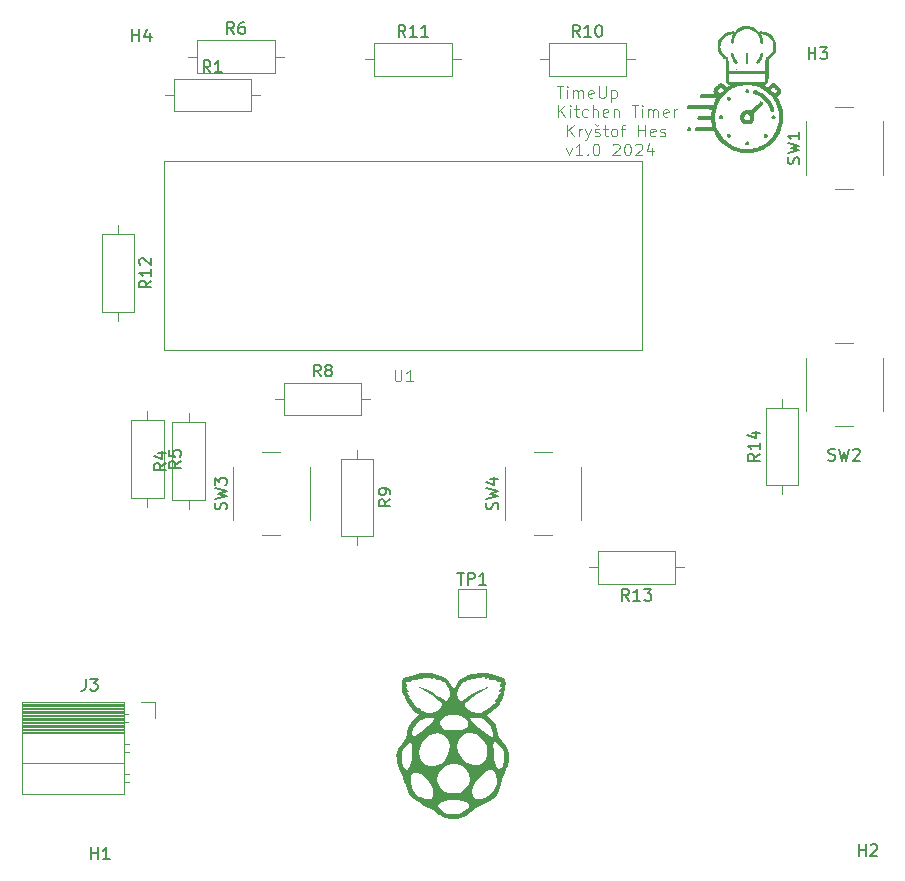
<source format=gto>
%TF.GenerationSoftware,KiCad,Pcbnew,8.0.6*%
%TF.CreationDate,2025-01-14T21:11:08+01:00*%
%TF.ProjectId,kitchen_timer,6b697463-6865-46e5-9f74-696d65722e6b,1*%
%TF.SameCoordinates,Original*%
%TF.FileFunction,Legend,Top*%
%TF.FilePolarity,Positive*%
%FSLAX46Y46*%
G04 Gerber Fmt 4.6, Leading zero omitted, Abs format (unit mm)*
G04 Created by KiCad (PCBNEW 8.0.6) date 2025-01-14 21:11:08*
%MOMM*%
%LPD*%
G01*
G04 APERTURE LIST*
%ADD10C,0.100000*%
%ADD11C,0.150000*%
%ADD12C,0.120000*%
%ADD13C,0.000000*%
G04 APERTURE END LIST*
D10*
X112661027Y-23012475D02*
X113232455Y-23012475D01*
X112946741Y-24012475D02*
X112946741Y-23012475D01*
X113565789Y-24012475D02*
X113565789Y-23345808D01*
X113565789Y-23012475D02*
X113518170Y-23060094D01*
X113518170Y-23060094D02*
X113565789Y-23107713D01*
X113565789Y-23107713D02*
X113613408Y-23060094D01*
X113613408Y-23060094D02*
X113565789Y-23012475D01*
X113565789Y-23012475D02*
X113565789Y-23107713D01*
X114041979Y-24012475D02*
X114041979Y-23345808D01*
X114041979Y-23441046D02*
X114089598Y-23393427D01*
X114089598Y-23393427D02*
X114184836Y-23345808D01*
X114184836Y-23345808D02*
X114327693Y-23345808D01*
X114327693Y-23345808D02*
X114422931Y-23393427D01*
X114422931Y-23393427D02*
X114470550Y-23488665D01*
X114470550Y-23488665D02*
X114470550Y-24012475D01*
X114470550Y-23488665D02*
X114518169Y-23393427D01*
X114518169Y-23393427D02*
X114613407Y-23345808D01*
X114613407Y-23345808D02*
X114756264Y-23345808D01*
X114756264Y-23345808D02*
X114851503Y-23393427D01*
X114851503Y-23393427D02*
X114899122Y-23488665D01*
X114899122Y-23488665D02*
X114899122Y-24012475D01*
X115756264Y-23964856D02*
X115661026Y-24012475D01*
X115661026Y-24012475D02*
X115470550Y-24012475D01*
X115470550Y-24012475D02*
X115375312Y-23964856D01*
X115375312Y-23964856D02*
X115327693Y-23869617D01*
X115327693Y-23869617D02*
X115327693Y-23488665D01*
X115327693Y-23488665D02*
X115375312Y-23393427D01*
X115375312Y-23393427D02*
X115470550Y-23345808D01*
X115470550Y-23345808D02*
X115661026Y-23345808D01*
X115661026Y-23345808D02*
X115756264Y-23393427D01*
X115756264Y-23393427D02*
X115803883Y-23488665D01*
X115803883Y-23488665D02*
X115803883Y-23583903D01*
X115803883Y-23583903D02*
X115327693Y-23679141D01*
X116232455Y-23012475D02*
X116232455Y-23821998D01*
X116232455Y-23821998D02*
X116280074Y-23917236D01*
X116280074Y-23917236D02*
X116327693Y-23964856D01*
X116327693Y-23964856D02*
X116422931Y-24012475D01*
X116422931Y-24012475D02*
X116613407Y-24012475D01*
X116613407Y-24012475D02*
X116708645Y-23964856D01*
X116708645Y-23964856D02*
X116756264Y-23917236D01*
X116756264Y-23917236D02*
X116803883Y-23821998D01*
X116803883Y-23821998D02*
X116803883Y-23012475D01*
X117280074Y-23345808D02*
X117280074Y-24345808D01*
X117280074Y-23393427D02*
X117375312Y-23345808D01*
X117375312Y-23345808D02*
X117565788Y-23345808D01*
X117565788Y-23345808D02*
X117661026Y-23393427D01*
X117661026Y-23393427D02*
X117708645Y-23441046D01*
X117708645Y-23441046D02*
X117756264Y-23536284D01*
X117756264Y-23536284D02*
X117756264Y-23821998D01*
X117756264Y-23821998D02*
X117708645Y-23917236D01*
X117708645Y-23917236D02*
X117661026Y-23964856D01*
X117661026Y-23964856D02*
X117565788Y-24012475D01*
X117565788Y-24012475D02*
X117375312Y-24012475D01*
X117375312Y-24012475D02*
X117280074Y-23964856D01*
X112803884Y-25622419D02*
X112803884Y-24622419D01*
X113375312Y-25622419D02*
X112946741Y-25050990D01*
X113375312Y-24622419D02*
X112803884Y-25193847D01*
X113803884Y-25622419D02*
X113803884Y-24955752D01*
X113803884Y-24622419D02*
X113756265Y-24670038D01*
X113756265Y-24670038D02*
X113803884Y-24717657D01*
X113803884Y-24717657D02*
X113851503Y-24670038D01*
X113851503Y-24670038D02*
X113803884Y-24622419D01*
X113803884Y-24622419D02*
X113803884Y-24717657D01*
X114137217Y-24955752D02*
X114518169Y-24955752D01*
X114280074Y-24622419D02*
X114280074Y-25479561D01*
X114280074Y-25479561D02*
X114327693Y-25574800D01*
X114327693Y-25574800D02*
X114422931Y-25622419D01*
X114422931Y-25622419D02*
X114518169Y-25622419D01*
X115280074Y-25574800D02*
X115184836Y-25622419D01*
X115184836Y-25622419D02*
X114994360Y-25622419D01*
X114994360Y-25622419D02*
X114899122Y-25574800D01*
X114899122Y-25574800D02*
X114851503Y-25527180D01*
X114851503Y-25527180D02*
X114803884Y-25431942D01*
X114803884Y-25431942D02*
X114803884Y-25146228D01*
X114803884Y-25146228D02*
X114851503Y-25050990D01*
X114851503Y-25050990D02*
X114899122Y-25003371D01*
X114899122Y-25003371D02*
X114994360Y-24955752D01*
X114994360Y-24955752D02*
X115184836Y-24955752D01*
X115184836Y-24955752D02*
X115280074Y-25003371D01*
X115708646Y-25622419D02*
X115708646Y-24622419D01*
X116137217Y-25622419D02*
X116137217Y-25098609D01*
X116137217Y-25098609D02*
X116089598Y-25003371D01*
X116089598Y-25003371D02*
X115994360Y-24955752D01*
X115994360Y-24955752D02*
X115851503Y-24955752D01*
X115851503Y-24955752D02*
X115756265Y-25003371D01*
X115756265Y-25003371D02*
X115708646Y-25050990D01*
X116994360Y-25574800D02*
X116899122Y-25622419D01*
X116899122Y-25622419D02*
X116708646Y-25622419D01*
X116708646Y-25622419D02*
X116613408Y-25574800D01*
X116613408Y-25574800D02*
X116565789Y-25479561D01*
X116565789Y-25479561D02*
X116565789Y-25098609D01*
X116565789Y-25098609D02*
X116613408Y-25003371D01*
X116613408Y-25003371D02*
X116708646Y-24955752D01*
X116708646Y-24955752D02*
X116899122Y-24955752D01*
X116899122Y-24955752D02*
X116994360Y-25003371D01*
X116994360Y-25003371D02*
X117041979Y-25098609D01*
X117041979Y-25098609D02*
X117041979Y-25193847D01*
X117041979Y-25193847D02*
X116565789Y-25289085D01*
X117470551Y-24955752D02*
X117470551Y-25622419D01*
X117470551Y-25050990D02*
X117518170Y-25003371D01*
X117518170Y-25003371D02*
X117613408Y-24955752D01*
X117613408Y-24955752D02*
X117756265Y-24955752D01*
X117756265Y-24955752D02*
X117851503Y-25003371D01*
X117851503Y-25003371D02*
X117899122Y-25098609D01*
X117899122Y-25098609D02*
X117899122Y-25622419D01*
X118994361Y-24622419D02*
X119565789Y-24622419D01*
X119280075Y-25622419D02*
X119280075Y-24622419D01*
X119899123Y-25622419D02*
X119899123Y-24955752D01*
X119899123Y-24622419D02*
X119851504Y-24670038D01*
X119851504Y-24670038D02*
X119899123Y-24717657D01*
X119899123Y-24717657D02*
X119946742Y-24670038D01*
X119946742Y-24670038D02*
X119899123Y-24622419D01*
X119899123Y-24622419D02*
X119899123Y-24717657D01*
X120375313Y-25622419D02*
X120375313Y-24955752D01*
X120375313Y-25050990D02*
X120422932Y-25003371D01*
X120422932Y-25003371D02*
X120518170Y-24955752D01*
X120518170Y-24955752D02*
X120661027Y-24955752D01*
X120661027Y-24955752D02*
X120756265Y-25003371D01*
X120756265Y-25003371D02*
X120803884Y-25098609D01*
X120803884Y-25098609D02*
X120803884Y-25622419D01*
X120803884Y-25098609D02*
X120851503Y-25003371D01*
X120851503Y-25003371D02*
X120946741Y-24955752D01*
X120946741Y-24955752D02*
X121089598Y-24955752D01*
X121089598Y-24955752D02*
X121184837Y-25003371D01*
X121184837Y-25003371D02*
X121232456Y-25098609D01*
X121232456Y-25098609D02*
X121232456Y-25622419D01*
X122089598Y-25574800D02*
X121994360Y-25622419D01*
X121994360Y-25622419D02*
X121803884Y-25622419D01*
X121803884Y-25622419D02*
X121708646Y-25574800D01*
X121708646Y-25574800D02*
X121661027Y-25479561D01*
X121661027Y-25479561D02*
X121661027Y-25098609D01*
X121661027Y-25098609D02*
X121708646Y-25003371D01*
X121708646Y-25003371D02*
X121803884Y-24955752D01*
X121803884Y-24955752D02*
X121994360Y-24955752D01*
X121994360Y-24955752D02*
X122089598Y-25003371D01*
X122089598Y-25003371D02*
X122137217Y-25098609D01*
X122137217Y-25098609D02*
X122137217Y-25193847D01*
X122137217Y-25193847D02*
X121661027Y-25289085D01*
X122565789Y-25622419D02*
X122565789Y-24955752D01*
X122565789Y-25146228D02*
X122613408Y-25050990D01*
X122613408Y-25050990D02*
X122661027Y-25003371D01*
X122661027Y-25003371D02*
X122756265Y-24955752D01*
X122756265Y-24955752D02*
X122851503Y-24955752D01*
X113553884Y-27262475D02*
X113553884Y-26262475D01*
X114125312Y-27262475D02*
X113696741Y-26691046D01*
X114125312Y-26262475D02*
X113553884Y-26833903D01*
X114553884Y-27262475D02*
X114553884Y-26595808D01*
X114553884Y-26786284D02*
X114601503Y-26691046D01*
X114601503Y-26691046D02*
X114649122Y-26643427D01*
X114649122Y-26643427D02*
X114744360Y-26595808D01*
X114744360Y-26595808D02*
X114839598Y-26595808D01*
X115077694Y-26595808D02*
X115315789Y-27262475D01*
X115553884Y-26595808D02*
X115315789Y-27262475D01*
X115315789Y-27262475D02*
X115220551Y-27500570D01*
X115220551Y-27500570D02*
X115172932Y-27548189D01*
X115172932Y-27548189D02*
X115077694Y-27595808D01*
X115887218Y-27214856D02*
X115982456Y-27262475D01*
X115982456Y-27262475D02*
X116172932Y-27262475D01*
X116172932Y-27262475D02*
X116268170Y-27214856D01*
X116268170Y-27214856D02*
X116315789Y-27119617D01*
X116315789Y-27119617D02*
X116315789Y-27071998D01*
X116315789Y-27071998D02*
X116268170Y-26976760D01*
X116268170Y-26976760D02*
X116172932Y-26929141D01*
X116172932Y-26929141D02*
X116030075Y-26929141D01*
X116030075Y-26929141D02*
X115934837Y-26881522D01*
X115934837Y-26881522D02*
X115887218Y-26786284D01*
X115887218Y-26786284D02*
X115887218Y-26738665D01*
X115887218Y-26738665D02*
X115934837Y-26643427D01*
X115934837Y-26643427D02*
X116030075Y-26595808D01*
X116030075Y-26595808D02*
X116172932Y-26595808D01*
X116172932Y-26595808D02*
X116268170Y-26643427D01*
X115887218Y-26214856D02*
X116077694Y-26357713D01*
X116077694Y-26357713D02*
X116268170Y-26214856D01*
X116601504Y-26595808D02*
X116982456Y-26595808D01*
X116744361Y-26262475D02*
X116744361Y-27119617D01*
X116744361Y-27119617D02*
X116791980Y-27214856D01*
X116791980Y-27214856D02*
X116887218Y-27262475D01*
X116887218Y-27262475D02*
X116982456Y-27262475D01*
X117458647Y-27262475D02*
X117363409Y-27214856D01*
X117363409Y-27214856D02*
X117315790Y-27167236D01*
X117315790Y-27167236D02*
X117268171Y-27071998D01*
X117268171Y-27071998D02*
X117268171Y-26786284D01*
X117268171Y-26786284D02*
X117315790Y-26691046D01*
X117315790Y-26691046D02*
X117363409Y-26643427D01*
X117363409Y-26643427D02*
X117458647Y-26595808D01*
X117458647Y-26595808D02*
X117601504Y-26595808D01*
X117601504Y-26595808D02*
X117696742Y-26643427D01*
X117696742Y-26643427D02*
X117744361Y-26691046D01*
X117744361Y-26691046D02*
X117791980Y-26786284D01*
X117791980Y-26786284D02*
X117791980Y-27071998D01*
X117791980Y-27071998D02*
X117744361Y-27167236D01*
X117744361Y-27167236D02*
X117696742Y-27214856D01*
X117696742Y-27214856D02*
X117601504Y-27262475D01*
X117601504Y-27262475D02*
X117458647Y-27262475D01*
X118077695Y-26595808D02*
X118458647Y-26595808D01*
X118220552Y-27262475D02*
X118220552Y-26405332D01*
X118220552Y-26405332D02*
X118268171Y-26310094D01*
X118268171Y-26310094D02*
X118363409Y-26262475D01*
X118363409Y-26262475D02*
X118458647Y-26262475D01*
X119553886Y-27262475D02*
X119553886Y-26262475D01*
X119553886Y-26738665D02*
X120125314Y-26738665D01*
X120125314Y-27262475D02*
X120125314Y-26262475D01*
X120982457Y-27214856D02*
X120887219Y-27262475D01*
X120887219Y-27262475D02*
X120696743Y-27262475D01*
X120696743Y-27262475D02*
X120601505Y-27214856D01*
X120601505Y-27214856D02*
X120553886Y-27119617D01*
X120553886Y-27119617D02*
X120553886Y-26738665D01*
X120553886Y-26738665D02*
X120601505Y-26643427D01*
X120601505Y-26643427D02*
X120696743Y-26595808D01*
X120696743Y-26595808D02*
X120887219Y-26595808D01*
X120887219Y-26595808D02*
X120982457Y-26643427D01*
X120982457Y-26643427D02*
X121030076Y-26738665D01*
X121030076Y-26738665D02*
X121030076Y-26833903D01*
X121030076Y-26833903D02*
X120553886Y-26929141D01*
X121411029Y-27214856D02*
X121506267Y-27262475D01*
X121506267Y-27262475D02*
X121696743Y-27262475D01*
X121696743Y-27262475D02*
X121791981Y-27214856D01*
X121791981Y-27214856D02*
X121839600Y-27119617D01*
X121839600Y-27119617D02*
X121839600Y-27071998D01*
X121839600Y-27071998D02*
X121791981Y-26976760D01*
X121791981Y-26976760D02*
X121696743Y-26929141D01*
X121696743Y-26929141D02*
X121553886Y-26929141D01*
X121553886Y-26929141D02*
X121458648Y-26881522D01*
X121458648Y-26881522D02*
X121411029Y-26786284D01*
X121411029Y-26786284D02*
X121411029Y-26738665D01*
X121411029Y-26738665D02*
X121458648Y-26643427D01*
X121458648Y-26643427D02*
X121553886Y-26595808D01*
X121553886Y-26595808D02*
X121696743Y-26595808D01*
X121696743Y-26595808D02*
X121791981Y-26643427D01*
X113458646Y-28205752D02*
X113696741Y-28872419D01*
X113696741Y-28872419D02*
X113934836Y-28205752D01*
X114839598Y-28872419D02*
X114268170Y-28872419D01*
X114553884Y-28872419D02*
X114553884Y-27872419D01*
X114553884Y-27872419D02*
X114458646Y-28015276D01*
X114458646Y-28015276D02*
X114363408Y-28110514D01*
X114363408Y-28110514D02*
X114268170Y-28158133D01*
X115268170Y-28777180D02*
X115315789Y-28824800D01*
X115315789Y-28824800D02*
X115268170Y-28872419D01*
X115268170Y-28872419D02*
X115220551Y-28824800D01*
X115220551Y-28824800D02*
X115268170Y-28777180D01*
X115268170Y-28777180D02*
X115268170Y-28872419D01*
X115934836Y-27872419D02*
X116030074Y-27872419D01*
X116030074Y-27872419D02*
X116125312Y-27920038D01*
X116125312Y-27920038D02*
X116172931Y-27967657D01*
X116172931Y-27967657D02*
X116220550Y-28062895D01*
X116220550Y-28062895D02*
X116268169Y-28253371D01*
X116268169Y-28253371D02*
X116268169Y-28491466D01*
X116268169Y-28491466D02*
X116220550Y-28681942D01*
X116220550Y-28681942D02*
X116172931Y-28777180D01*
X116172931Y-28777180D02*
X116125312Y-28824800D01*
X116125312Y-28824800D02*
X116030074Y-28872419D01*
X116030074Y-28872419D02*
X115934836Y-28872419D01*
X115934836Y-28872419D02*
X115839598Y-28824800D01*
X115839598Y-28824800D02*
X115791979Y-28777180D01*
X115791979Y-28777180D02*
X115744360Y-28681942D01*
X115744360Y-28681942D02*
X115696741Y-28491466D01*
X115696741Y-28491466D02*
X115696741Y-28253371D01*
X115696741Y-28253371D02*
X115744360Y-28062895D01*
X115744360Y-28062895D02*
X115791979Y-27967657D01*
X115791979Y-27967657D02*
X115839598Y-27920038D01*
X115839598Y-27920038D02*
X115934836Y-27872419D01*
X117411027Y-27967657D02*
X117458646Y-27920038D01*
X117458646Y-27920038D02*
X117553884Y-27872419D01*
X117553884Y-27872419D02*
X117791979Y-27872419D01*
X117791979Y-27872419D02*
X117887217Y-27920038D01*
X117887217Y-27920038D02*
X117934836Y-27967657D01*
X117934836Y-27967657D02*
X117982455Y-28062895D01*
X117982455Y-28062895D02*
X117982455Y-28158133D01*
X117982455Y-28158133D02*
X117934836Y-28300990D01*
X117934836Y-28300990D02*
X117363408Y-28872419D01*
X117363408Y-28872419D02*
X117982455Y-28872419D01*
X118601503Y-27872419D02*
X118696741Y-27872419D01*
X118696741Y-27872419D02*
X118791979Y-27920038D01*
X118791979Y-27920038D02*
X118839598Y-27967657D01*
X118839598Y-27967657D02*
X118887217Y-28062895D01*
X118887217Y-28062895D02*
X118934836Y-28253371D01*
X118934836Y-28253371D02*
X118934836Y-28491466D01*
X118934836Y-28491466D02*
X118887217Y-28681942D01*
X118887217Y-28681942D02*
X118839598Y-28777180D01*
X118839598Y-28777180D02*
X118791979Y-28824800D01*
X118791979Y-28824800D02*
X118696741Y-28872419D01*
X118696741Y-28872419D02*
X118601503Y-28872419D01*
X118601503Y-28872419D02*
X118506265Y-28824800D01*
X118506265Y-28824800D02*
X118458646Y-28777180D01*
X118458646Y-28777180D02*
X118411027Y-28681942D01*
X118411027Y-28681942D02*
X118363408Y-28491466D01*
X118363408Y-28491466D02*
X118363408Y-28253371D01*
X118363408Y-28253371D02*
X118411027Y-28062895D01*
X118411027Y-28062895D02*
X118458646Y-27967657D01*
X118458646Y-27967657D02*
X118506265Y-27920038D01*
X118506265Y-27920038D02*
X118601503Y-27872419D01*
X119315789Y-27967657D02*
X119363408Y-27920038D01*
X119363408Y-27920038D02*
X119458646Y-27872419D01*
X119458646Y-27872419D02*
X119696741Y-27872419D01*
X119696741Y-27872419D02*
X119791979Y-27920038D01*
X119791979Y-27920038D02*
X119839598Y-27967657D01*
X119839598Y-27967657D02*
X119887217Y-28062895D01*
X119887217Y-28062895D02*
X119887217Y-28158133D01*
X119887217Y-28158133D02*
X119839598Y-28300990D01*
X119839598Y-28300990D02*
X119268170Y-28872419D01*
X119268170Y-28872419D02*
X119887217Y-28872419D01*
X120744360Y-28205752D02*
X120744360Y-28872419D01*
X120506265Y-27824800D02*
X120268170Y-28539085D01*
X120268170Y-28539085D02*
X120887217Y-28539085D01*
D11*
X104238095Y-64206819D02*
X104809523Y-64206819D01*
X104523809Y-65206819D02*
X104523809Y-64206819D01*
X105142857Y-65206819D02*
X105142857Y-64206819D01*
X105142857Y-64206819D02*
X105523809Y-64206819D01*
X105523809Y-64206819D02*
X105619047Y-64254438D01*
X105619047Y-64254438D02*
X105666666Y-64302057D01*
X105666666Y-64302057D02*
X105714285Y-64397295D01*
X105714285Y-64397295D02*
X105714285Y-64540152D01*
X105714285Y-64540152D02*
X105666666Y-64635390D01*
X105666666Y-64635390D02*
X105619047Y-64683009D01*
X105619047Y-64683009D02*
X105523809Y-64730628D01*
X105523809Y-64730628D02*
X105142857Y-64730628D01*
X106666666Y-65206819D02*
X106095238Y-65206819D01*
X106380952Y-65206819D02*
X106380952Y-64206819D01*
X106380952Y-64206819D02*
X106285714Y-64349676D01*
X106285714Y-64349676D02*
X106190476Y-64444914D01*
X106190476Y-64444914D02*
X106095238Y-64492533D01*
X83333333Y-21834819D02*
X83000000Y-21358628D01*
X82761905Y-21834819D02*
X82761905Y-20834819D01*
X82761905Y-20834819D02*
X83142857Y-20834819D01*
X83142857Y-20834819D02*
X83238095Y-20882438D01*
X83238095Y-20882438D02*
X83285714Y-20930057D01*
X83285714Y-20930057D02*
X83333333Y-21025295D01*
X83333333Y-21025295D02*
X83333333Y-21168152D01*
X83333333Y-21168152D02*
X83285714Y-21263390D01*
X83285714Y-21263390D02*
X83238095Y-21311009D01*
X83238095Y-21311009D02*
X83142857Y-21358628D01*
X83142857Y-21358628D02*
X82761905Y-21358628D01*
X84285714Y-21834819D02*
X83714286Y-21834819D01*
X84000000Y-21834819D02*
X84000000Y-20834819D01*
X84000000Y-20834819D02*
X83904762Y-20977676D01*
X83904762Y-20977676D02*
X83809524Y-21072914D01*
X83809524Y-21072914D02*
X83714286Y-21120533D01*
X80824819Y-54746666D02*
X80348628Y-55079999D01*
X80824819Y-55318094D02*
X79824819Y-55318094D01*
X79824819Y-55318094D02*
X79824819Y-54937142D01*
X79824819Y-54937142D02*
X79872438Y-54841904D01*
X79872438Y-54841904D02*
X79920057Y-54794285D01*
X79920057Y-54794285D02*
X80015295Y-54746666D01*
X80015295Y-54746666D02*
X80158152Y-54746666D01*
X80158152Y-54746666D02*
X80253390Y-54794285D01*
X80253390Y-54794285D02*
X80301009Y-54841904D01*
X80301009Y-54841904D02*
X80348628Y-54937142D01*
X80348628Y-54937142D02*
X80348628Y-55318094D01*
X79824819Y-53841904D02*
X79824819Y-54318094D01*
X79824819Y-54318094D02*
X80301009Y-54365713D01*
X80301009Y-54365713D02*
X80253390Y-54318094D01*
X80253390Y-54318094D02*
X80205771Y-54222856D01*
X80205771Y-54222856D02*
X80205771Y-53984761D01*
X80205771Y-53984761D02*
X80253390Y-53889523D01*
X80253390Y-53889523D02*
X80301009Y-53841904D01*
X80301009Y-53841904D02*
X80396247Y-53794285D01*
X80396247Y-53794285D02*
X80634342Y-53794285D01*
X80634342Y-53794285D02*
X80729580Y-53841904D01*
X80729580Y-53841904D02*
X80777200Y-53889523D01*
X80777200Y-53889523D02*
X80824819Y-53984761D01*
X80824819Y-53984761D02*
X80824819Y-54222856D01*
X80824819Y-54222856D02*
X80777200Y-54318094D01*
X80777200Y-54318094D02*
X80729580Y-54365713D01*
X133157200Y-29583332D02*
X133204819Y-29440475D01*
X133204819Y-29440475D02*
X133204819Y-29202380D01*
X133204819Y-29202380D02*
X133157200Y-29107142D01*
X133157200Y-29107142D02*
X133109580Y-29059523D01*
X133109580Y-29059523D02*
X133014342Y-29011904D01*
X133014342Y-29011904D02*
X132919104Y-29011904D01*
X132919104Y-29011904D02*
X132823866Y-29059523D01*
X132823866Y-29059523D02*
X132776247Y-29107142D01*
X132776247Y-29107142D02*
X132728628Y-29202380D01*
X132728628Y-29202380D02*
X132681009Y-29392856D01*
X132681009Y-29392856D02*
X132633390Y-29488094D01*
X132633390Y-29488094D02*
X132585771Y-29535713D01*
X132585771Y-29535713D02*
X132490533Y-29583332D01*
X132490533Y-29583332D02*
X132395295Y-29583332D01*
X132395295Y-29583332D02*
X132300057Y-29535713D01*
X132300057Y-29535713D02*
X132252438Y-29488094D01*
X132252438Y-29488094D02*
X132204819Y-29392856D01*
X132204819Y-29392856D02*
X132204819Y-29154761D01*
X132204819Y-29154761D02*
X132252438Y-29011904D01*
X132204819Y-28678570D02*
X133204819Y-28440475D01*
X133204819Y-28440475D02*
X132490533Y-28249999D01*
X132490533Y-28249999D02*
X133204819Y-28059523D01*
X133204819Y-28059523D02*
X132204819Y-27821428D01*
X133204819Y-26916666D02*
X133204819Y-27488094D01*
X133204819Y-27202380D02*
X132204819Y-27202380D01*
X132204819Y-27202380D02*
X132347676Y-27297618D01*
X132347676Y-27297618D02*
X132442914Y-27392856D01*
X132442914Y-27392856D02*
X132490533Y-27488094D01*
X73238095Y-88454819D02*
X73238095Y-87454819D01*
X73238095Y-87931009D02*
X73809523Y-87931009D01*
X73809523Y-88454819D02*
X73809523Y-87454819D01*
X74809523Y-88454819D02*
X74238095Y-88454819D01*
X74523809Y-88454819D02*
X74523809Y-87454819D01*
X74523809Y-87454819D02*
X74428571Y-87597676D01*
X74428571Y-87597676D02*
X74333333Y-87692914D01*
X74333333Y-87692914D02*
X74238095Y-87740533D01*
X118777142Y-66574819D02*
X118443809Y-66098628D01*
X118205714Y-66574819D02*
X118205714Y-65574819D01*
X118205714Y-65574819D02*
X118586666Y-65574819D01*
X118586666Y-65574819D02*
X118681904Y-65622438D01*
X118681904Y-65622438D02*
X118729523Y-65670057D01*
X118729523Y-65670057D02*
X118777142Y-65765295D01*
X118777142Y-65765295D02*
X118777142Y-65908152D01*
X118777142Y-65908152D02*
X118729523Y-66003390D01*
X118729523Y-66003390D02*
X118681904Y-66051009D01*
X118681904Y-66051009D02*
X118586666Y-66098628D01*
X118586666Y-66098628D02*
X118205714Y-66098628D01*
X119729523Y-66574819D02*
X119158095Y-66574819D01*
X119443809Y-66574819D02*
X119443809Y-65574819D01*
X119443809Y-65574819D02*
X119348571Y-65717676D01*
X119348571Y-65717676D02*
X119253333Y-65812914D01*
X119253333Y-65812914D02*
X119158095Y-65860533D01*
X120062857Y-65574819D02*
X120681904Y-65574819D01*
X120681904Y-65574819D02*
X120348571Y-65955771D01*
X120348571Y-65955771D02*
X120491428Y-65955771D01*
X120491428Y-65955771D02*
X120586666Y-66003390D01*
X120586666Y-66003390D02*
X120634285Y-66051009D01*
X120634285Y-66051009D02*
X120681904Y-66146247D01*
X120681904Y-66146247D02*
X120681904Y-66384342D01*
X120681904Y-66384342D02*
X120634285Y-66479580D01*
X120634285Y-66479580D02*
X120586666Y-66527200D01*
X120586666Y-66527200D02*
X120491428Y-66574819D01*
X120491428Y-66574819D02*
X120205714Y-66574819D01*
X120205714Y-66574819D02*
X120110476Y-66527200D01*
X120110476Y-66527200D02*
X120062857Y-66479580D01*
X85333333Y-18584819D02*
X85000000Y-18108628D01*
X84761905Y-18584819D02*
X84761905Y-17584819D01*
X84761905Y-17584819D02*
X85142857Y-17584819D01*
X85142857Y-17584819D02*
X85238095Y-17632438D01*
X85238095Y-17632438D02*
X85285714Y-17680057D01*
X85285714Y-17680057D02*
X85333333Y-17775295D01*
X85333333Y-17775295D02*
X85333333Y-17918152D01*
X85333333Y-17918152D02*
X85285714Y-18013390D01*
X85285714Y-18013390D02*
X85238095Y-18061009D01*
X85238095Y-18061009D02*
X85142857Y-18108628D01*
X85142857Y-18108628D02*
X84761905Y-18108628D01*
X86190476Y-17584819D02*
X86000000Y-17584819D01*
X86000000Y-17584819D02*
X85904762Y-17632438D01*
X85904762Y-17632438D02*
X85857143Y-17680057D01*
X85857143Y-17680057D02*
X85761905Y-17822914D01*
X85761905Y-17822914D02*
X85714286Y-18013390D01*
X85714286Y-18013390D02*
X85714286Y-18394342D01*
X85714286Y-18394342D02*
X85761905Y-18489580D01*
X85761905Y-18489580D02*
X85809524Y-18537200D01*
X85809524Y-18537200D02*
X85904762Y-18584819D01*
X85904762Y-18584819D02*
X86095238Y-18584819D01*
X86095238Y-18584819D02*
X86190476Y-18537200D01*
X86190476Y-18537200D02*
X86238095Y-18489580D01*
X86238095Y-18489580D02*
X86285714Y-18394342D01*
X86285714Y-18394342D02*
X86285714Y-18156247D01*
X86285714Y-18156247D02*
X86238095Y-18061009D01*
X86238095Y-18061009D02*
X86190476Y-18013390D01*
X86190476Y-18013390D02*
X86095238Y-17965771D01*
X86095238Y-17965771D02*
X85904762Y-17965771D01*
X85904762Y-17965771D02*
X85809524Y-18013390D01*
X85809524Y-18013390D02*
X85761905Y-18061009D01*
X85761905Y-18061009D02*
X85714286Y-18156247D01*
X84657200Y-58833332D02*
X84704819Y-58690475D01*
X84704819Y-58690475D02*
X84704819Y-58452380D01*
X84704819Y-58452380D02*
X84657200Y-58357142D01*
X84657200Y-58357142D02*
X84609580Y-58309523D01*
X84609580Y-58309523D02*
X84514342Y-58261904D01*
X84514342Y-58261904D02*
X84419104Y-58261904D01*
X84419104Y-58261904D02*
X84323866Y-58309523D01*
X84323866Y-58309523D02*
X84276247Y-58357142D01*
X84276247Y-58357142D02*
X84228628Y-58452380D01*
X84228628Y-58452380D02*
X84181009Y-58642856D01*
X84181009Y-58642856D02*
X84133390Y-58738094D01*
X84133390Y-58738094D02*
X84085771Y-58785713D01*
X84085771Y-58785713D02*
X83990533Y-58833332D01*
X83990533Y-58833332D02*
X83895295Y-58833332D01*
X83895295Y-58833332D02*
X83800057Y-58785713D01*
X83800057Y-58785713D02*
X83752438Y-58738094D01*
X83752438Y-58738094D02*
X83704819Y-58642856D01*
X83704819Y-58642856D02*
X83704819Y-58404761D01*
X83704819Y-58404761D02*
X83752438Y-58261904D01*
X83704819Y-57928570D02*
X84704819Y-57690475D01*
X84704819Y-57690475D02*
X83990533Y-57499999D01*
X83990533Y-57499999D02*
X84704819Y-57309523D01*
X84704819Y-57309523D02*
X83704819Y-57071428D01*
X83704819Y-56785713D02*
X83704819Y-56166666D01*
X83704819Y-56166666D02*
X84085771Y-56499999D01*
X84085771Y-56499999D02*
X84085771Y-56357142D01*
X84085771Y-56357142D02*
X84133390Y-56261904D01*
X84133390Y-56261904D02*
X84181009Y-56214285D01*
X84181009Y-56214285D02*
X84276247Y-56166666D01*
X84276247Y-56166666D02*
X84514342Y-56166666D01*
X84514342Y-56166666D02*
X84609580Y-56214285D01*
X84609580Y-56214285D02*
X84657200Y-56261904D01*
X84657200Y-56261904D02*
X84704819Y-56357142D01*
X84704819Y-56357142D02*
X84704819Y-56642856D01*
X84704819Y-56642856D02*
X84657200Y-56738094D01*
X84657200Y-56738094D02*
X84609580Y-56785713D01*
X138238095Y-88204819D02*
X138238095Y-87204819D01*
X138238095Y-87681009D02*
X138809523Y-87681009D01*
X138809523Y-88204819D02*
X138809523Y-87204819D01*
X139238095Y-87300057D02*
X139285714Y-87252438D01*
X139285714Y-87252438D02*
X139380952Y-87204819D01*
X139380952Y-87204819D02*
X139619047Y-87204819D01*
X139619047Y-87204819D02*
X139714285Y-87252438D01*
X139714285Y-87252438D02*
X139761904Y-87300057D01*
X139761904Y-87300057D02*
X139809523Y-87395295D01*
X139809523Y-87395295D02*
X139809523Y-87490533D01*
X139809523Y-87490533D02*
X139761904Y-87633390D01*
X139761904Y-87633390D02*
X139190476Y-88204819D01*
X139190476Y-88204819D02*
X139809523Y-88204819D01*
D10*
X98938095Y-47007419D02*
X98938095Y-47816942D01*
X98938095Y-47816942D02*
X98985714Y-47912180D01*
X98985714Y-47912180D02*
X99033333Y-47959800D01*
X99033333Y-47959800D02*
X99128571Y-48007419D01*
X99128571Y-48007419D02*
X99319047Y-48007419D01*
X99319047Y-48007419D02*
X99414285Y-47959800D01*
X99414285Y-47959800D02*
X99461904Y-47912180D01*
X99461904Y-47912180D02*
X99509523Y-47816942D01*
X99509523Y-47816942D02*
X99509523Y-47007419D01*
X100509523Y-48007419D02*
X99938095Y-48007419D01*
X100223809Y-48007419D02*
X100223809Y-47007419D01*
X100223809Y-47007419D02*
X100128571Y-47150276D01*
X100128571Y-47150276D02*
X100033333Y-47245514D01*
X100033333Y-47245514D02*
X99938095Y-47293133D01*
D11*
X72786666Y-73184819D02*
X72786666Y-73899104D01*
X72786666Y-73899104D02*
X72739047Y-74041961D01*
X72739047Y-74041961D02*
X72643809Y-74137200D01*
X72643809Y-74137200D02*
X72500952Y-74184819D01*
X72500952Y-74184819D02*
X72405714Y-74184819D01*
X73167619Y-73184819D02*
X73786666Y-73184819D01*
X73786666Y-73184819D02*
X73453333Y-73565771D01*
X73453333Y-73565771D02*
X73596190Y-73565771D01*
X73596190Y-73565771D02*
X73691428Y-73613390D01*
X73691428Y-73613390D02*
X73739047Y-73661009D01*
X73739047Y-73661009D02*
X73786666Y-73756247D01*
X73786666Y-73756247D02*
X73786666Y-73994342D01*
X73786666Y-73994342D02*
X73739047Y-74089580D01*
X73739047Y-74089580D02*
X73691428Y-74137200D01*
X73691428Y-74137200D02*
X73596190Y-74184819D01*
X73596190Y-74184819D02*
X73310476Y-74184819D01*
X73310476Y-74184819D02*
X73215238Y-74137200D01*
X73215238Y-74137200D02*
X73167619Y-74089580D01*
X107657200Y-58833332D02*
X107704819Y-58690475D01*
X107704819Y-58690475D02*
X107704819Y-58452380D01*
X107704819Y-58452380D02*
X107657200Y-58357142D01*
X107657200Y-58357142D02*
X107609580Y-58309523D01*
X107609580Y-58309523D02*
X107514342Y-58261904D01*
X107514342Y-58261904D02*
X107419104Y-58261904D01*
X107419104Y-58261904D02*
X107323866Y-58309523D01*
X107323866Y-58309523D02*
X107276247Y-58357142D01*
X107276247Y-58357142D02*
X107228628Y-58452380D01*
X107228628Y-58452380D02*
X107181009Y-58642856D01*
X107181009Y-58642856D02*
X107133390Y-58738094D01*
X107133390Y-58738094D02*
X107085771Y-58785713D01*
X107085771Y-58785713D02*
X106990533Y-58833332D01*
X106990533Y-58833332D02*
X106895295Y-58833332D01*
X106895295Y-58833332D02*
X106800057Y-58785713D01*
X106800057Y-58785713D02*
X106752438Y-58738094D01*
X106752438Y-58738094D02*
X106704819Y-58642856D01*
X106704819Y-58642856D02*
X106704819Y-58404761D01*
X106704819Y-58404761D02*
X106752438Y-58261904D01*
X106704819Y-57928570D02*
X107704819Y-57690475D01*
X107704819Y-57690475D02*
X106990533Y-57499999D01*
X106990533Y-57499999D02*
X107704819Y-57309523D01*
X107704819Y-57309523D02*
X106704819Y-57071428D01*
X107038152Y-56261904D02*
X107704819Y-56261904D01*
X106657200Y-56499999D02*
X107371485Y-56738094D01*
X107371485Y-56738094D02*
X107371485Y-56119047D01*
X99857142Y-18834819D02*
X99523809Y-18358628D01*
X99285714Y-18834819D02*
X99285714Y-17834819D01*
X99285714Y-17834819D02*
X99666666Y-17834819D01*
X99666666Y-17834819D02*
X99761904Y-17882438D01*
X99761904Y-17882438D02*
X99809523Y-17930057D01*
X99809523Y-17930057D02*
X99857142Y-18025295D01*
X99857142Y-18025295D02*
X99857142Y-18168152D01*
X99857142Y-18168152D02*
X99809523Y-18263390D01*
X99809523Y-18263390D02*
X99761904Y-18311009D01*
X99761904Y-18311009D02*
X99666666Y-18358628D01*
X99666666Y-18358628D02*
X99285714Y-18358628D01*
X100809523Y-18834819D02*
X100238095Y-18834819D01*
X100523809Y-18834819D02*
X100523809Y-17834819D01*
X100523809Y-17834819D02*
X100428571Y-17977676D01*
X100428571Y-17977676D02*
X100333333Y-18072914D01*
X100333333Y-18072914D02*
X100238095Y-18120533D01*
X101761904Y-18834819D02*
X101190476Y-18834819D01*
X101476190Y-18834819D02*
X101476190Y-17834819D01*
X101476190Y-17834819D02*
X101380952Y-17977676D01*
X101380952Y-17977676D02*
X101285714Y-18072914D01*
X101285714Y-18072914D02*
X101190476Y-18120533D01*
X133988095Y-20704819D02*
X133988095Y-19704819D01*
X133988095Y-20181009D02*
X134559523Y-20181009D01*
X134559523Y-20704819D02*
X134559523Y-19704819D01*
X134940476Y-19704819D02*
X135559523Y-19704819D01*
X135559523Y-19704819D02*
X135226190Y-20085771D01*
X135226190Y-20085771D02*
X135369047Y-20085771D01*
X135369047Y-20085771D02*
X135464285Y-20133390D01*
X135464285Y-20133390D02*
X135511904Y-20181009D01*
X135511904Y-20181009D02*
X135559523Y-20276247D01*
X135559523Y-20276247D02*
X135559523Y-20514342D01*
X135559523Y-20514342D02*
X135511904Y-20609580D01*
X135511904Y-20609580D02*
X135464285Y-20657200D01*
X135464285Y-20657200D02*
X135369047Y-20704819D01*
X135369047Y-20704819D02*
X135083333Y-20704819D01*
X135083333Y-20704819D02*
X134988095Y-20657200D01*
X134988095Y-20657200D02*
X134940476Y-20609580D01*
X114607142Y-18834819D02*
X114273809Y-18358628D01*
X114035714Y-18834819D02*
X114035714Y-17834819D01*
X114035714Y-17834819D02*
X114416666Y-17834819D01*
X114416666Y-17834819D02*
X114511904Y-17882438D01*
X114511904Y-17882438D02*
X114559523Y-17930057D01*
X114559523Y-17930057D02*
X114607142Y-18025295D01*
X114607142Y-18025295D02*
X114607142Y-18168152D01*
X114607142Y-18168152D02*
X114559523Y-18263390D01*
X114559523Y-18263390D02*
X114511904Y-18311009D01*
X114511904Y-18311009D02*
X114416666Y-18358628D01*
X114416666Y-18358628D02*
X114035714Y-18358628D01*
X115559523Y-18834819D02*
X114988095Y-18834819D01*
X115273809Y-18834819D02*
X115273809Y-17834819D01*
X115273809Y-17834819D02*
X115178571Y-17977676D01*
X115178571Y-17977676D02*
X115083333Y-18072914D01*
X115083333Y-18072914D02*
X114988095Y-18120533D01*
X116178571Y-17834819D02*
X116273809Y-17834819D01*
X116273809Y-17834819D02*
X116369047Y-17882438D01*
X116369047Y-17882438D02*
X116416666Y-17930057D01*
X116416666Y-17930057D02*
X116464285Y-18025295D01*
X116464285Y-18025295D02*
X116511904Y-18215771D01*
X116511904Y-18215771D02*
X116511904Y-18453866D01*
X116511904Y-18453866D02*
X116464285Y-18644342D01*
X116464285Y-18644342D02*
X116416666Y-18739580D01*
X116416666Y-18739580D02*
X116369047Y-18787200D01*
X116369047Y-18787200D02*
X116273809Y-18834819D01*
X116273809Y-18834819D02*
X116178571Y-18834819D01*
X116178571Y-18834819D02*
X116083333Y-18787200D01*
X116083333Y-18787200D02*
X116035714Y-18739580D01*
X116035714Y-18739580D02*
X115988095Y-18644342D01*
X115988095Y-18644342D02*
X115940476Y-18453866D01*
X115940476Y-18453866D02*
X115940476Y-18215771D01*
X115940476Y-18215771D02*
X115988095Y-18025295D01*
X115988095Y-18025295D02*
X116035714Y-17930057D01*
X116035714Y-17930057D02*
X116083333Y-17882438D01*
X116083333Y-17882438D02*
X116178571Y-17834819D01*
X135666667Y-54657200D02*
X135809524Y-54704819D01*
X135809524Y-54704819D02*
X136047619Y-54704819D01*
X136047619Y-54704819D02*
X136142857Y-54657200D01*
X136142857Y-54657200D02*
X136190476Y-54609580D01*
X136190476Y-54609580D02*
X136238095Y-54514342D01*
X136238095Y-54514342D02*
X136238095Y-54419104D01*
X136238095Y-54419104D02*
X136190476Y-54323866D01*
X136190476Y-54323866D02*
X136142857Y-54276247D01*
X136142857Y-54276247D02*
X136047619Y-54228628D01*
X136047619Y-54228628D02*
X135857143Y-54181009D01*
X135857143Y-54181009D02*
X135761905Y-54133390D01*
X135761905Y-54133390D02*
X135714286Y-54085771D01*
X135714286Y-54085771D02*
X135666667Y-53990533D01*
X135666667Y-53990533D02*
X135666667Y-53895295D01*
X135666667Y-53895295D02*
X135714286Y-53800057D01*
X135714286Y-53800057D02*
X135761905Y-53752438D01*
X135761905Y-53752438D02*
X135857143Y-53704819D01*
X135857143Y-53704819D02*
X136095238Y-53704819D01*
X136095238Y-53704819D02*
X136238095Y-53752438D01*
X136571429Y-53704819D02*
X136809524Y-54704819D01*
X136809524Y-54704819D02*
X137000000Y-53990533D01*
X137000000Y-53990533D02*
X137190476Y-54704819D01*
X137190476Y-54704819D02*
X137428572Y-53704819D01*
X137761905Y-53800057D02*
X137809524Y-53752438D01*
X137809524Y-53752438D02*
X137904762Y-53704819D01*
X137904762Y-53704819D02*
X138142857Y-53704819D01*
X138142857Y-53704819D02*
X138238095Y-53752438D01*
X138238095Y-53752438D02*
X138285714Y-53800057D01*
X138285714Y-53800057D02*
X138333333Y-53895295D01*
X138333333Y-53895295D02*
X138333333Y-53990533D01*
X138333333Y-53990533D02*
X138285714Y-54133390D01*
X138285714Y-54133390D02*
X137714286Y-54704819D01*
X137714286Y-54704819D02*
X138333333Y-54704819D01*
X79584819Y-54916666D02*
X79108628Y-55249999D01*
X79584819Y-55488094D02*
X78584819Y-55488094D01*
X78584819Y-55488094D02*
X78584819Y-55107142D01*
X78584819Y-55107142D02*
X78632438Y-55011904D01*
X78632438Y-55011904D02*
X78680057Y-54964285D01*
X78680057Y-54964285D02*
X78775295Y-54916666D01*
X78775295Y-54916666D02*
X78918152Y-54916666D01*
X78918152Y-54916666D02*
X79013390Y-54964285D01*
X79013390Y-54964285D02*
X79061009Y-55011904D01*
X79061009Y-55011904D02*
X79108628Y-55107142D01*
X79108628Y-55107142D02*
X79108628Y-55488094D01*
X78918152Y-54059523D02*
X79584819Y-54059523D01*
X78537200Y-54297618D02*
X79251485Y-54535713D01*
X79251485Y-54535713D02*
X79251485Y-53916666D01*
X92663333Y-47584819D02*
X92330000Y-47108628D01*
X92091905Y-47584819D02*
X92091905Y-46584819D01*
X92091905Y-46584819D02*
X92472857Y-46584819D01*
X92472857Y-46584819D02*
X92568095Y-46632438D01*
X92568095Y-46632438D02*
X92615714Y-46680057D01*
X92615714Y-46680057D02*
X92663333Y-46775295D01*
X92663333Y-46775295D02*
X92663333Y-46918152D01*
X92663333Y-46918152D02*
X92615714Y-47013390D01*
X92615714Y-47013390D02*
X92568095Y-47061009D01*
X92568095Y-47061009D02*
X92472857Y-47108628D01*
X92472857Y-47108628D02*
X92091905Y-47108628D01*
X93234762Y-47013390D02*
X93139524Y-46965771D01*
X93139524Y-46965771D02*
X93091905Y-46918152D01*
X93091905Y-46918152D02*
X93044286Y-46822914D01*
X93044286Y-46822914D02*
X93044286Y-46775295D01*
X93044286Y-46775295D02*
X93091905Y-46680057D01*
X93091905Y-46680057D02*
X93139524Y-46632438D01*
X93139524Y-46632438D02*
X93234762Y-46584819D01*
X93234762Y-46584819D02*
X93425238Y-46584819D01*
X93425238Y-46584819D02*
X93520476Y-46632438D01*
X93520476Y-46632438D02*
X93568095Y-46680057D01*
X93568095Y-46680057D02*
X93615714Y-46775295D01*
X93615714Y-46775295D02*
X93615714Y-46822914D01*
X93615714Y-46822914D02*
X93568095Y-46918152D01*
X93568095Y-46918152D02*
X93520476Y-46965771D01*
X93520476Y-46965771D02*
X93425238Y-47013390D01*
X93425238Y-47013390D02*
X93234762Y-47013390D01*
X93234762Y-47013390D02*
X93139524Y-47061009D01*
X93139524Y-47061009D02*
X93091905Y-47108628D01*
X93091905Y-47108628D02*
X93044286Y-47203866D01*
X93044286Y-47203866D02*
X93044286Y-47394342D01*
X93044286Y-47394342D02*
X93091905Y-47489580D01*
X93091905Y-47489580D02*
X93139524Y-47537200D01*
X93139524Y-47537200D02*
X93234762Y-47584819D01*
X93234762Y-47584819D02*
X93425238Y-47584819D01*
X93425238Y-47584819D02*
X93520476Y-47537200D01*
X93520476Y-47537200D02*
X93568095Y-47489580D01*
X93568095Y-47489580D02*
X93615714Y-47394342D01*
X93615714Y-47394342D02*
X93615714Y-47203866D01*
X93615714Y-47203866D02*
X93568095Y-47108628D01*
X93568095Y-47108628D02*
X93520476Y-47061009D01*
X93520476Y-47061009D02*
X93425238Y-47013390D01*
X129834819Y-54142857D02*
X129358628Y-54476190D01*
X129834819Y-54714285D02*
X128834819Y-54714285D01*
X128834819Y-54714285D02*
X128834819Y-54333333D01*
X128834819Y-54333333D02*
X128882438Y-54238095D01*
X128882438Y-54238095D02*
X128930057Y-54190476D01*
X128930057Y-54190476D02*
X129025295Y-54142857D01*
X129025295Y-54142857D02*
X129168152Y-54142857D01*
X129168152Y-54142857D02*
X129263390Y-54190476D01*
X129263390Y-54190476D02*
X129311009Y-54238095D01*
X129311009Y-54238095D02*
X129358628Y-54333333D01*
X129358628Y-54333333D02*
X129358628Y-54714285D01*
X129834819Y-53190476D02*
X129834819Y-53761904D01*
X129834819Y-53476190D02*
X128834819Y-53476190D01*
X128834819Y-53476190D02*
X128977676Y-53571428D01*
X128977676Y-53571428D02*
X129072914Y-53666666D01*
X129072914Y-53666666D02*
X129120533Y-53761904D01*
X129168152Y-52333333D02*
X129834819Y-52333333D01*
X128787200Y-52571428D02*
X129501485Y-52809523D01*
X129501485Y-52809523D02*
X129501485Y-52190476D01*
X76738095Y-19204819D02*
X76738095Y-18204819D01*
X76738095Y-18681009D02*
X77309523Y-18681009D01*
X77309523Y-19204819D02*
X77309523Y-18204819D01*
X78214285Y-18538152D02*
X78214285Y-19204819D01*
X77976190Y-18157200D02*
X77738095Y-18871485D01*
X77738095Y-18871485D02*
X78357142Y-18871485D01*
X78324819Y-39472857D02*
X77848628Y-39806190D01*
X78324819Y-40044285D02*
X77324819Y-40044285D01*
X77324819Y-40044285D02*
X77324819Y-39663333D01*
X77324819Y-39663333D02*
X77372438Y-39568095D01*
X77372438Y-39568095D02*
X77420057Y-39520476D01*
X77420057Y-39520476D02*
X77515295Y-39472857D01*
X77515295Y-39472857D02*
X77658152Y-39472857D01*
X77658152Y-39472857D02*
X77753390Y-39520476D01*
X77753390Y-39520476D02*
X77801009Y-39568095D01*
X77801009Y-39568095D02*
X77848628Y-39663333D01*
X77848628Y-39663333D02*
X77848628Y-40044285D01*
X78324819Y-38520476D02*
X78324819Y-39091904D01*
X78324819Y-38806190D02*
X77324819Y-38806190D01*
X77324819Y-38806190D02*
X77467676Y-38901428D01*
X77467676Y-38901428D02*
X77562914Y-38996666D01*
X77562914Y-38996666D02*
X77610533Y-39091904D01*
X77420057Y-38139523D02*
X77372438Y-38091904D01*
X77372438Y-38091904D02*
X77324819Y-37996666D01*
X77324819Y-37996666D02*
X77324819Y-37758571D01*
X77324819Y-37758571D02*
X77372438Y-37663333D01*
X77372438Y-37663333D02*
X77420057Y-37615714D01*
X77420057Y-37615714D02*
X77515295Y-37568095D01*
X77515295Y-37568095D02*
X77610533Y-37568095D01*
X77610533Y-37568095D02*
X77753390Y-37615714D01*
X77753390Y-37615714D02*
X78324819Y-38187142D01*
X78324819Y-38187142D02*
X78324819Y-37568095D01*
X98574819Y-57996666D02*
X98098628Y-58329999D01*
X98574819Y-58568094D02*
X97574819Y-58568094D01*
X97574819Y-58568094D02*
X97574819Y-58187142D01*
X97574819Y-58187142D02*
X97622438Y-58091904D01*
X97622438Y-58091904D02*
X97670057Y-58044285D01*
X97670057Y-58044285D02*
X97765295Y-57996666D01*
X97765295Y-57996666D02*
X97908152Y-57996666D01*
X97908152Y-57996666D02*
X98003390Y-58044285D01*
X98003390Y-58044285D02*
X98051009Y-58091904D01*
X98051009Y-58091904D02*
X98098628Y-58187142D01*
X98098628Y-58187142D02*
X98098628Y-58568094D01*
X98574819Y-57520475D02*
X98574819Y-57329999D01*
X98574819Y-57329999D02*
X98527200Y-57234761D01*
X98527200Y-57234761D02*
X98479580Y-57187142D01*
X98479580Y-57187142D02*
X98336723Y-57091904D01*
X98336723Y-57091904D02*
X98146247Y-57044285D01*
X98146247Y-57044285D02*
X97765295Y-57044285D01*
X97765295Y-57044285D02*
X97670057Y-57091904D01*
X97670057Y-57091904D02*
X97622438Y-57139523D01*
X97622438Y-57139523D02*
X97574819Y-57234761D01*
X97574819Y-57234761D02*
X97574819Y-57425237D01*
X97574819Y-57425237D02*
X97622438Y-57520475D01*
X97622438Y-57520475D02*
X97670057Y-57568094D01*
X97670057Y-57568094D02*
X97765295Y-57615713D01*
X97765295Y-57615713D02*
X98003390Y-57615713D01*
X98003390Y-57615713D02*
X98098628Y-57568094D01*
X98098628Y-57568094D02*
X98146247Y-57520475D01*
X98146247Y-57520475D02*
X98193866Y-57425237D01*
X98193866Y-57425237D02*
X98193866Y-57234761D01*
X98193866Y-57234761D02*
X98146247Y-57139523D01*
X98146247Y-57139523D02*
X98098628Y-57091904D01*
X98098628Y-57091904D02*
X98003390Y-57044285D01*
D12*
%TO.C,TP1*%
X104300000Y-65550000D02*
X106700000Y-65550000D01*
X104300000Y-67950000D02*
X104300000Y-65550000D01*
X106700000Y-65550000D02*
X106700000Y-67950000D01*
X106700000Y-67950000D02*
X104300000Y-67950000D01*
D13*
%TO.C,G\u002A\u002A\u002A*%
G36*
X106729346Y-72737580D02*
G01*
X107139437Y-72821219D01*
X107570258Y-72931861D01*
X107952797Y-73053556D01*
X107954166Y-73054054D01*
X108179126Y-73149525D01*
X108286863Y-73254349D01*
X108323498Y-73422517D01*
X108327414Y-73491003D01*
X108312872Y-73988442D01*
X108232198Y-74442298D01*
X108096026Y-74804920D01*
X108002622Y-74946667D01*
X107908530Y-75091720D01*
X107887487Y-75158334D01*
X107824645Y-75286824D01*
X107667725Y-75482510D01*
X107454146Y-75705897D01*
X107221324Y-75917491D01*
X107031743Y-76061575D01*
X106723153Y-76266538D01*
X107019409Y-76502926D01*
X107261566Y-76762643D01*
X107480899Y-77111935D01*
X107644388Y-77486658D01*
X107719018Y-77822668D01*
X107720506Y-77864984D01*
X107768612Y-78083491D01*
X107928233Y-78316160D01*
X108059297Y-78452981D01*
X108284205Y-78716083D01*
X108473024Y-79010902D01*
X108535351Y-79144577D01*
X108637546Y-79598193D01*
X108632600Y-80089337D01*
X108526318Y-80552242D01*
X108385907Y-80837844D01*
X108245510Y-81121586D01*
X108122709Y-81496600D01*
X108064642Y-81755667D01*
X107985146Y-82116149D01*
X107884363Y-82463864D01*
X107796637Y-82694112D01*
X107699941Y-82887751D01*
X107595765Y-83050503D01*
X107462432Y-83198713D01*
X107278270Y-83348727D01*
X107021601Y-83516891D01*
X106670753Y-83719550D01*
X106204049Y-83973051D01*
X105853600Y-84159427D01*
X105583194Y-84315588D01*
X105363193Y-84465560D01*
X105260934Y-84556231D01*
X104975299Y-84787828D01*
X104580056Y-84959187D01*
X104127839Y-85058565D01*
X103671279Y-85074217D01*
X103276333Y-84999081D01*
X103044927Y-84889068D01*
X102785574Y-84724505D01*
X102723076Y-84677769D01*
X102470381Y-84502691D01*
X102154399Y-84312859D01*
X101975753Y-84216956D01*
X101458313Y-83934977D01*
X101363350Y-83875619D01*
X102609454Y-83875619D01*
X102644162Y-83993024D01*
X102781235Y-84162222D01*
X102979110Y-84345795D01*
X103196221Y-84506329D01*
X103391004Y-84606407D01*
X103434371Y-84618208D01*
X103896360Y-84662811D01*
X104311353Y-84617146D01*
X104529371Y-84540001D01*
X104787505Y-84381711D01*
X105024250Y-84189769D01*
X105197710Y-84002923D01*
X105265989Y-83859927D01*
X105266000Y-83858667D01*
X105187805Y-83721876D01*
X104976731Y-83608944D01*
X104668045Y-83523709D01*
X104297013Y-83470003D01*
X103898901Y-83451664D01*
X103508976Y-83472525D01*
X103162504Y-83536421D01*
X102965382Y-83608486D01*
X102756969Y-83730994D01*
X102624336Y-83849696D01*
X102609454Y-83875619D01*
X101363350Y-83875619D01*
X100989858Y-83642162D01*
X100599366Y-83359021D01*
X100315810Y-83106063D01*
X100196018Y-82957210D01*
X100085829Y-82740542D01*
X99950351Y-82418983D01*
X99813116Y-82049787D01*
X99766348Y-81911794D01*
X99633901Y-81535770D01*
X100281299Y-81535770D01*
X100286490Y-81874799D01*
X100395645Y-82405722D01*
X100636362Y-82834709D01*
X101004288Y-83154804D01*
X101131580Y-83224995D01*
X101486528Y-83358481D01*
X101806836Y-83402241D01*
X102049576Y-83352787D01*
X102116400Y-83305067D01*
X102197359Y-83124056D01*
X102217471Y-82846016D01*
X102180634Y-82530384D01*
X102090751Y-82236595D01*
X102039717Y-82136667D01*
X101737029Y-81718898D01*
X102558059Y-81718898D01*
X102625884Y-82013530D01*
X102797872Y-82329980D01*
X103032113Y-82604414D01*
X103235275Y-82750369D01*
X103624201Y-82873487D01*
X104051486Y-82895267D01*
X104450918Y-82817652D01*
X104583564Y-82752608D01*
X105528248Y-82752608D01*
X105541477Y-83062282D01*
X105653047Y-83273619D01*
X105879383Y-83386189D01*
X106197848Y-83386634D01*
X106574987Y-83276418D01*
X106680903Y-83228666D01*
X107086392Y-82946885D01*
X107386274Y-82564002D01*
X107563168Y-82116562D01*
X107599693Y-81641105D01*
X107555895Y-81389133D01*
X107417468Y-81080315D01*
X107212406Y-80925841D01*
X106944298Y-80925972D01*
X106616735Y-81080968D01*
X106332339Y-81300641D01*
X106025834Y-81628623D01*
X105781960Y-82002278D01*
X105612254Y-82388107D01*
X105528248Y-82752608D01*
X104583564Y-82752608D01*
X104674194Y-82708167D01*
X105016431Y-82419805D01*
X105211050Y-82106641D01*
X105279384Y-81732556D01*
X105280111Y-81682428D01*
X105208620Y-81224000D01*
X104996174Y-80857509D01*
X104645816Y-80588173D01*
X104640970Y-80585647D01*
X104200321Y-80440981D01*
X103750643Y-80439283D01*
X103328969Y-80569387D01*
X102972335Y-80820127D01*
X102726007Y-81162985D01*
X102621400Y-81424304D01*
X102562740Y-81658800D01*
X102558059Y-81718898D01*
X101737029Y-81718898D01*
X101700523Y-81668513D01*
X101331893Y-81336851D01*
X100949924Y-81153966D01*
X100708571Y-81120667D01*
X100477444Y-81158982D01*
X100339390Y-81289543D01*
X100281299Y-81535770D01*
X99633901Y-81535770D01*
X99627808Y-81518472D01*
X99476050Y-81131088D01*
X99338022Y-80817365D01*
X99302667Y-80746484D01*
X99114524Y-80217708D01*
X99095741Y-79789195D01*
X99520562Y-79789195D01*
X99547207Y-80219860D01*
X99686652Y-80610137D01*
X99823744Y-80802713D01*
X99964280Y-80892395D01*
X100093619Y-80829715D01*
X100218132Y-80608555D01*
X100312732Y-80333155D01*
X100377766Y-80030411D01*
X100419615Y-79668569D01*
X100431241Y-79416507D01*
X101032983Y-79416507D01*
X101103389Y-79860919D01*
X101296699Y-80210796D01*
X101587229Y-80452816D01*
X101949296Y-80573658D01*
X102357214Y-80560000D01*
X102785302Y-80398520D01*
X102851370Y-80359674D01*
X103178169Y-80079451D01*
X103412115Y-79721510D01*
X103550165Y-79319825D01*
X103588807Y-78913314D01*
X104259118Y-78913314D01*
X104336152Y-79366676D01*
X104369955Y-79463004D01*
X104599340Y-79883938D01*
X104913798Y-80211064D01*
X105283201Y-80429758D01*
X105677425Y-80525396D01*
X106066343Y-80483354D01*
X106278627Y-80389524D01*
X106577532Y-80119353D01*
X106749663Y-79745119D01*
X106790000Y-79403443D01*
X106720794Y-78899984D01*
X106720576Y-78899542D01*
X107303357Y-78899542D01*
X107309670Y-79220655D01*
X107336487Y-79583726D01*
X107380726Y-79947176D01*
X107439305Y-80269425D01*
X107509141Y-80508893D01*
X107509977Y-80510954D01*
X107643686Y-80759760D01*
X107778927Y-80840429D01*
X107924087Y-80753235D01*
X108071293Y-80529321D01*
X108188344Y-80181728D01*
X108225244Y-79774801D01*
X108180037Y-79386055D01*
X108105374Y-79179214D01*
X107963957Y-78971356D01*
X107774901Y-78772298D01*
X107580139Y-78617685D01*
X107421604Y-78543163D01*
X107364575Y-78549514D01*
X107320632Y-78661969D01*
X107303357Y-78899542D01*
X106720576Y-78899542D01*
X106505212Y-78463486D01*
X106207172Y-78133961D01*
X105821145Y-77873930D01*
X105433229Y-77765032D01*
X105066104Y-77790862D01*
X104742450Y-77935012D01*
X104484947Y-78181075D01*
X104316276Y-78512645D01*
X104259118Y-78913314D01*
X103588807Y-78913314D01*
X103589277Y-78908369D01*
X103526409Y-78521115D01*
X103358516Y-78192037D01*
X103082558Y-77955109D01*
X103067438Y-77947100D01*
X102647508Y-77814632D01*
X102229480Y-77831998D01*
X101838192Y-77981259D01*
X101498481Y-78244475D01*
X101235183Y-78603709D01*
X101073138Y-79041020D01*
X101032983Y-79416507D01*
X100431241Y-79416507D01*
X100436684Y-79298512D01*
X100427375Y-78971123D01*
X100390092Y-78737283D01*
X100364687Y-78677570D01*
X100287293Y-78613572D01*
X100162692Y-78651655D01*
X100064773Y-78711670D01*
X99784610Y-78989421D01*
X99601451Y-79363823D01*
X99520562Y-79789195D01*
X99095741Y-79789195D01*
X99091109Y-79683513D01*
X99229302Y-79160854D01*
X99525982Y-78666691D01*
X99726785Y-78441570D01*
X99923888Y-78205658D01*
X100007923Y-77980357D01*
X100018526Y-77837011D01*
X100022592Y-77814462D01*
X100440000Y-77814462D01*
X100458704Y-77992930D01*
X100532341Y-78058152D01*
X100687197Y-78012916D01*
X100938119Y-77867237D01*
X101179882Y-77695552D01*
X101456782Y-77470005D01*
X101737652Y-77219957D01*
X101929919Y-77034118D01*
X102767119Y-77034118D01*
X102930594Y-77272447D01*
X103064666Y-77378264D01*
X103234364Y-77479357D01*
X103404982Y-77536339D01*
X103628448Y-77558264D01*
X103956690Y-77554182D01*
X104052729Y-77550506D01*
X104414834Y-77528991D01*
X104654607Y-77492168D01*
X104819015Y-77427992D01*
X104955028Y-77324415D01*
X104962896Y-77317075D01*
X105110787Y-77141246D01*
X105180526Y-76985775D01*
X105181333Y-76973082D01*
X105116190Y-76818810D01*
X104950310Y-76622690D01*
X104843187Y-76529946D01*
X105350666Y-76529946D01*
X105413522Y-76642317D01*
X105582435Y-76830769D01*
X105827926Y-77069876D01*
X106120515Y-77334214D01*
X106430722Y-77598357D01*
X106729066Y-77836882D01*
X106986070Y-78024362D01*
X107172251Y-78135373D01*
X107234500Y-78154657D01*
X107278784Y-78082934D01*
X107297977Y-77906001D01*
X107298000Y-77899129D01*
X107218302Y-77485030D01*
X106997360Y-77093993D01*
X106662397Y-76766164D01*
X106433539Y-76624324D01*
X106218925Y-76546025D01*
X105954762Y-76490971D01*
X105690453Y-76463467D01*
X105475401Y-76467820D01*
X105359008Y-76508334D01*
X105350666Y-76529946D01*
X104843187Y-76529946D01*
X104728013Y-76430232D01*
X104530732Y-76305012D01*
X104280489Y-76235666D01*
X103942888Y-76213303D01*
X103592857Y-76236560D01*
X103305322Y-76304070D01*
X103250762Y-76328332D01*
X102929512Y-76549033D01*
X102767528Y-76788638D01*
X102767119Y-77034118D01*
X101929919Y-77034118D01*
X101991325Y-76974765D01*
X102186632Y-76763789D01*
X102292407Y-76616387D01*
X102302666Y-76581880D01*
X102228515Y-76504630D01*
X102039481Y-76466934D01*
X101785693Y-76470335D01*
X101517278Y-76516374D01*
X101398011Y-76554053D01*
X101042815Y-76759256D01*
X100741123Y-77063997D01*
X100528518Y-77421461D01*
X100440585Y-77784833D01*
X100440000Y-77814462D01*
X100022592Y-77814462D01*
X100100943Y-77379927D01*
X100329736Y-76929162D01*
X100680766Y-76527721D01*
X100904337Y-76318965D01*
X101009439Y-76196312D01*
X101008782Y-76138782D01*
X100924483Y-76125333D01*
X100785767Y-76068903D01*
X100674740Y-75977167D01*
X100513604Y-75810672D01*
X100423090Y-75718934D01*
X100166055Y-75438558D01*
X99991107Y-75178467D01*
X99888593Y-74968726D01*
X99774488Y-74712918D01*
X99674159Y-74493126D01*
X99658144Y-74458929D01*
X99595309Y-74240565D01*
X99562999Y-73952463D01*
X99560409Y-73647369D01*
X99577933Y-73468092D01*
X99894775Y-73468092D01*
X99941532Y-73577768D01*
X99952449Y-73596395D01*
X100015959Y-73740060D01*
X99969725Y-73807871D01*
X99946975Y-73817182D01*
X99899311Y-73880380D01*
X99978937Y-74008870D01*
X100025233Y-74060120D01*
X100144803Y-74197548D01*
X100149449Y-74252913D01*
X100059000Y-74262667D01*
X99966691Y-74275839D01*
X99982323Y-74338785D01*
X100101333Y-74474334D01*
X100219064Y-74624110D01*
X100203858Y-74685970D01*
X100179591Y-74689045D01*
X100153296Y-74734339D01*
X100254438Y-74850241D01*
X100301500Y-74890434D01*
X100449735Y-75035495D01*
X100454804Y-75116227D01*
X100428500Y-75130288D01*
X100401087Y-75187181D01*
X100535293Y-75276069D01*
X100549104Y-75282647D01*
X100701930Y-75390003D01*
X100745548Y-75496528D01*
X100744436Y-75499748D01*
X100786527Y-75593817D01*
X100964104Y-75663204D01*
X101128432Y-75717948D01*
X101130312Y-75777182D01*
X101113296Y-75789161D01*
X101097008Y-75848197D01*
X101248129Y-75902970D01*
X101312950Y-75916242D01*
X101500553Y-75970916D01*
X101580402Y-76034300D01*
X101577262Y-76049950D01*
X101598951Y-76110230D01*
X101746522Y-76121379D01*
X101984684Y-76086205D01*
X102278145Y-76007512D01*
X102330933Y-75990028D01*
X102676008Y-75822252D01*
X102900516Y-75605322D01*
X102980000Y-75364546D01*
X102910305Y-75235792D01*
X102718317Y-75044829D01*
X102429676Y-74811841D01*
X102070025Y-74557014D01*
X101665004Y-74300533D01*
X101521990Y-74216809D01*
X101257697Y-74060045D01*
X101066687Y-73936448D01*
X100982333Y-73867927D01*
X100981661Y-73862116D01*
X101075091Y-73875562D01*
X101281161Y-73955725D01*
X101565369Y-74085515D01*
X101893219Y-74247839D01*
X102230209Y-74425604D01*
X102541841Y-74601720D01*
X102793616Y-74759093D01*
X102797602Y-74761795D01*
X103307420Y-75108006D01*
X103482376Y-74885585D01*
X103604998Y-74683367D01*
X103657310Y-74505166D01*
X103657333Y-74502529D01*
X103654845Y-74487650D01*
X104250000Y-74487650D01*
X104310315Y-74773641D01*
X104419251Y-74939918D01*
X104518257Y-75029633D01*
X104606630Y-75053045D01*
X104729994Y-75000143D01*
X104933970Y-74860918D01*
X105002110Y-74812022D01*
X105214085Y-74675345D01*
X105502395Y-74510031D01*
X105832707Y-74333218D01*
X106170686Y-74162045D01*
X106481999Y-74013651D01*
X106732311Y-73905174D01*
X106887290Y-73853752D01*
X106918813Y-73855259D01*
X106867321Y-73906953D01*
X106702697Y-74010120D01*
X106509811Y-74116169D01*
X106245986Y-74269345D01*
X105935934Y-74471625D01*
X105613234Y-74698168D01*
X105311465Y-74924135D01*
X105064209Y-75124684D01*
X104905045Y-75274975D01*
X104865061Y-75332852D01*
X104897898Y-75480830D01*
X105044020Y-75663430D01*
X105263698Y-75842749D01*
X105517200Y-75980881D01*
X105562333Y-75998085D01*
X105873521Y-76087522D01*
X106117911Y-76118737D01*
X106260133Y-76089307D01*
X106282000Y-76047394D01*
X106355002Y-75976880D01*
X106531179Y-75914744D01*
X106536738Y-75913505D01*
X106699241Y-75854182D01*
X106747059Y-75786343D01*
X106744942Y-75782260D01*
X106779769Y-75709877D01*
X106913537Y-75652970D01*
X107073924Y-75577765D01*
X107128666Y-75494745D01*
X107197948Y-75388582D01*
X107357084Y-75286440D01*
X107502558Y-75198063D01*
X107494277Y-75127651D01*
X107475461Y-75114357D01*
X107428367Y-75040234D01*
X107522183Y-74937474D01*
X107559435Y-74910455D01*
X107680573Y-74794912D01*
X107694284Y-74715395D01*
X107704395Y-74620804D01*
X107809124Y-74471221D01*
X107819984Y-74459448D01*
X107937221Y-74324659D01*
X107939238Y-74271501D01*
X107848333Y-74262667D01*
X107756024Y-74249495D01*
X107771656Y-74186549D01*
X107890666Y-74051000D01*
X108011539Y-73909013D01*
X108015532Y-73849309D01*
X107944779Y-73839334D01*
X107847903Y-73811726D01*
X107874561Y-73700830D01*
X107887687Y-73675566D01*
X107962786Y-73506186D01*
X107923946Y-73432843D01*
X107745121Y-73416083D01*
X107716336Y-73416000D01*
X107537196Y-73391530D01*
X107516225Y-73320721D01*
X107499902Y-73260691D01*
X107335346Y-73254513D01*
X107267222Y-73261387D01*
X107041565Y-73264186D01*
X106960046Y-73200106D01*
X106959333Y-73189428D01*
X106918720Y-73124391D01*
X106773955Y-73152472D01*
X106738002Y-73165674D01*
X106585636Y-73211520D01*
X106551215Y-73172330D01*
X106569629Y-73111819D01*
X106580006Y-73015950D01*
X106474013Y-73034951D01*
X106473460Y-73035179D01*
X106202853Y-73134149D01*
X106070445Y-73149599D01*
X106067556Y-73082275D01*
X106074985Y-73069504D01*
X106074158Y-73021565D01*
X105950555Y-73080677D01*
X105902053Y-73111485D01*
X105717883Y-73208080D01*
X105629554Y-73187715D01*
X105621380Y-73169809D01*
X105555245Y-73125524D01*
X105426552Y-73212280D01*
X105305308Y-73298503D01*
X105266187Y-73253950D01*
X105266000Y-73245031D01*
X105218123Y-73208902D01*
X105080848Y-73306611D01*
X105065928Y-73320440D01*
X104896864Y-73443935D01*
X104763115Y-73484124D01*
X104759283Y-73483365D01*
X104653120Y-73536592D01*
X104525525Y-73706146D01*
X104400262Y-73945163D01*
X104301097Y-74206780D01*
X104251795Y-74444135D01*
X104250000Y-74487650D01*
X103654845Y-74487650D01*
X103620565Y-74282604D01*
X103526045Y-74026827D01*
X103397453Y-73776917D01*
X103258465Y-73574590D01*
X103132760Y-73461563D01*
X103064666Y-73458334D01*
X102969517Y-73431733D01*
X102849382Y-73327336D01*
X102720120Y-73220201D01*
X102637548Y-73253351D01*
X102631569Y-73262466D01*
X102549869Y-73312716D01*
X102417677Y-73231553D01*
X102401283Y-73216958D01*
X102269905Y-73124312D01*
X102203835Y-73160439D01*
X102196817Y-73177991D01*
X102137386Y-73233580D01*
X102016820Y-73162981D01*
X101985150Y-73135658D01*
X101841604Y-73045318D01*
X101780519Y-73077440D01*
X101700779Y-73130405D01*
X101521791Y-73086252D01*
X101365591Y-73039593D01*
X101327926Y-73075644D01*
X101340682Y-73119581D01*
X101341979Y-73194180D01*
X101236020Y-73193084D01*
X101130497Y-73165776D01*
X100956922Y-73129274D01*
X100907955Y-73165167D01*
X100918682Y-73207722D01*
X100911815Y-73278676D01*
X100791983Y-73290808D01*
X100645984Y-73271677D01*
X100439916Y-73251895D01*
X100377437Y-73286789D01*
X100389499Y-73318119D01*
X100371237Y-73387982D01*
X100197345Y-73415345D01*
X100147945Y-73416000D01*
X99952848Y-73424072D01*
X99894775Y-73468092D01*
X99577933Y-73468092D01*
X99586736Y-73378030D01*
X99641174Y-73197194D01*
X99678000Y-73156804D01*
X99965902Y-73036256D01*
X100359167Y-72912769D01*
X100794978Y-72803157D01*
X101210521Y-72724237D01*
X101371333Y-72703508D01*
X101646310Y-72699504D01*
X101985704Y-72728232D01*
X102335860Y-72780998D01*
X102643127Y-72849112D01*
X102853852Y-72923881D01*
X102895333Y-72950402D01*
X103083664Y-73064782D01*
X103203370Y-73112354D01*
X103364268Y-73222231D01*
X103554149Y-73437208D01*
X103734406Y-73707126D01*
X103860655Y-73966334D01*
X103908707Y-74052744D01*
X103966332Y-74027003D01*
X104059423Y-73870587D01*
X104097328Y-73797000D01*
X104300834Y-73454909D01*
X104507493Y-73208723D01*
X104692484Y-73086024D01*
X104744925Y-73077334D01*
X104910816Y-73024817D01*
X105005333Y-72960670D01*
X105167807Y-72882436D01*
X105444434Y-72806609D01*
X105780216Y-72743522D01*
X106120157Y-72703512D01*
X106409000Y-72696897D01*
X106729346Y-72737580D01*
G37*
D12*
%TO.C,R1*%
X79460000Y-23750000D02*
X80230000Y-23750000D01*
X80230000Y-22380000D02*
X80230000Y-25120000D01*
X80230000Y-25120000D02*
X86770000Y-25120000D01*
X86770000Y-22380000D02*
X80230000Y-22380000D01*
X86770000Y-25120000D02*
X86770000Y-22380000D01*
X87540000Y-23750000D02*
X86770000Y-23750000D01*
%TO.C,R5*%
X76630000Y-51310000D02*
X76630000Y-57850000D01*
X76630000Y-57850000D02*
X79370000Y-57850000D01*
X78000000Y-50540000D02*
X78000000Y-51310000D01*
X78000000Y-58620000D02*
X78000000Y-57850000D01*
X79370000Y-51310000D02*
X76630000Y-51310000D01*
X79370000Y-57850000D02*
X79370000Y-51310000D01*
%TO.C,SW1*%
X133750000Y-26000000D02*
X133750000Y-30500000D01*
X136250000Y-31750000D02*
X137750000Y-31750000D01*
X137750000Y-24750000D02*
X136250000Y-24750000D01*
X140250000Y-30500000D02*
X140250000Y-26000000D01*
%TO.C,R13*%
X115380000Y-63750000D02*
X116150000Y-63750000D01*
X116150000Y-62380000D02*
X116150000Y-65120000D01*
X116150000Y-65120000D02*
X122690000Y-65120000D01*
X122690000Y-62380000D02*
X116150000Y-62380000D01*
X122690000Y-65120000D02*
X122690000Y-62380000D01*
X123460000Y-63750000D02*
X122690000Y-63750000D01*
%TO.C,R6*%
X81460000Y-20500000D02*
X82230000Y-20500000D01*
X82230000Y-19130000D02*
X82230000Y-21870000D01*
X82230000Y-21870000D02*
X88770000Y-21870000D01*
X88770000Y-19130000D02*
X82230000Y-19130000D01*
X88770000Y-21870000D02*
X88770000Y-19130000D01*
X89540000Y-20500000D02*
X88770000Y-20500000D01*
%TO.C,SW3*%
X85250000Y-55250000D02*
X85250000Y-59750000D01*
X87750000Y-61000000D02*
X89250000Y-61000000D01*
X89250000Y-54000000D02*
X87750000Y-54000000D01*
X91750000Y-59750000D02*
X91750000Y-55250000D01*
D13*
%TO.C,G\u002A\u002A\u002A*%
G36*
X127930607Y-21577176D02*
G01*
X127936500Y-21591062D01*
X127924707Y-21611051D01*
X127899634Y-21613678D01*
X127883583Y-21604291D01*
X127873412Y-21581636D01*
X127891322Y-21568485D01*
X127904750Y-21567250D01*
X127930607Y-21577176D01*
G37*
G36*
X129227655Y-22382027D02*
G01*
X129246241Y-22394299D01*
X129240517Y-22408915D01*
X129228922Y-22414899D01*
X129185790Y-22424274D01*
X129154087Y-22418312D01*
X129143000Y-22400687D01*
X129157153Y-22381755D01*
X129189688Y-22376875D01*
X129227655Y-22382027D01*
G37*
G36*
X127260590Y-27034910D02*
G01*
X127319565Y-27060716D01*
X127364714Y-27108383D01*
X127392298Y-27169667D01*
X127398576Y-27236323D01*
X127380404Y-27299004D01*
X127341119Y-27341478D01*
X127283516Y-27367165D01*
X127217478Y-27373863D01*
X127152888Y-27359368D01*
X127139180Y-27352754D01*
X127093937Y-27317544D01*
X127069995Y-27268811D01*
X127063375Y-27203360D01*
X127076457Y-27129410D01*
X127112814Y-27073711D01*
X127168106Y-27039968D01*
X127237996Y-27031885D01*
X127260590Y-27034910D01*
G37*
G36*
X128849613Y-27690901D02*
G01*
X128902807Y-27719755D01*
X128942812Y-27764324D01*
X128965624Y-27819441D01*
X128967240Y-27879941D01*
X128943657Y-27940657D01*
X128924718Y-27965604D01*
X128866792Y-28008916D01*
X128799468Y-28024858D01*
X128730686Y-28012262D01*
X128703333Y-27998217D01*
X128654963Y-27951402D01*
X128630054Y-27891918D01*
X128628166Y-27827822D01*
X128648854Y-27767166D01*
X128691677Y-27718008D01*
X128719668Y-27701001D01*
X128787232Y-27682928D01*
X128849613Y-27690901D01*
G37*
G36*
X130397850Y-27035064D02*
G01*
X130455722Y-27060068D01*
X130500340Y-27103169D01*
X130528434Y-27158192D01*
X130536738Y-27218961D01*
X130521982Y-27279301D01*
X130485754Y-27328637D01*
X130437836Y-27356623D01*
X130376165Y-27371350D01*
X130316331Y-27370002D01*
X130293937Y-27363304D01*
X130237872Y-27323815D01*
X130206391Y-27264529D01*
X130198687Y-27202487D01*
X130211309Y-27128089D01*
X130248076Y-27073198D01*
X130307345Y-27039922D01*
X130329992Y-27034332D01*
X130397850Y-27035064D01*
G37*
G36*
X131093735Y-25482747D02*
G01*
X131141102Y-25520327D01*
X131173066Y-25571400D01*
X131186431Y-25630101D01*
X131178000Y-25690562D01*
X131144577Y-25746915D01*
X131125617Y-25765230D01*
X131063952Y-25797795D01*
X130993482Y-25804818D01*
X130925592Y-25785261D01*
X130922747Y-25783721D01*
X130873931Y-25740953D01*
X130848096Y-25684830D01*
X130844222Y-25622782D01*
X130861290Y-25562239D01*
X130898281Y-25510633D01*
X130954174Y-25475394D01*
X130965581Y-25471536D01*
X131034162Y-25464527D01*
X131093735Y-25482747D01*
G37*
G36*
X126655242Y-25482348D02*
G01*
X126702420Y-25519623D01*
X126734850Y-25570783D01*
X126749081Y-25629976D01*
X126741659Y-25691347D01*
X126709135Y-25749044D01*
X126699471Y-25759471D01*
X126661613Y-25790313D01*
X126620650Y-25803640D01*
X126579187Y-25805875D01*
X126525676Y-25801468D01*
X126487101Y-25784110D01*
X126458903Y-25759471D01*
X126421096Y-25701883D01*
X126409655Y-25637435D01*
X126422682Y-25573728D01*
X126458279Y-25518367D01*
X126514548Y-25478954D01*
X126530449Y-25472867D01*
X126596768Y-25464812D01*
X126655242Y-25482348D01*
G37*
G36*
X127304013Y-23913559D02*
G01*
X127357737Y-23950208D01*
X127389127Y-24008713D01*
X127396750Y-24067562D01*
X127384065Y-24141513D01*
X127347416Y-24195237D01*
X127288911Y-24226627D01*
X127230062Y-24234250D01*
X127176551Y-24229843D01*
X127137976Y-24212485D01*
X127109778Y-24187846D01*
X127078936Y-24149988D01*
X127065609Y-24109025D01*
X127063375Y-24067562D01*
X127067781Y-24014051D01*
X127085139Y-23975476D01*
X127109778Y-23947278D01*
X127147636Y-23916436D01*
X127188599Y-23903109D01*
X127230062Y-23900875D01*
X127304013Y-23913559D01*
G37*
G36*
X128878022Y-23269041D02*
G01*
X128928196Y-23306159D01*
X128945753Y-23331677D01*
X128968015Y-23403581D01*
X128961486Y-23472393D01*
X128926894Y-23531835D01*
X128921971Y-23536971D01*
X128887218Y-23566332D01*
X128857757Y-23582366D01*
X128851832Y-23583375D01*
X128815488Y-23587383D01*
X128806954Y-23589425D01*
X128774324Y-23590849D01*
X128754724Y-23587624D01*
X128692191Y-23557714D01*
X128649493Y-23509162D01*
X128628073Y-23449204D01*
X128629371Y-23385074D01*
X128654829Y-23324010D01*
X128693852Y-23281998D01*
X128750935Y-23255005D01*
X128815630Y-23251338D01*
X128878022Y-23269041D01*
G37*
G36*
X123933948Y-26492906D02*
G01*
X123972523Y-26510264D01*
X124000721Y-26534903D01*
X124031563Y-26572761D01*
X124044890Y-26613724D01*
X124047125Y-26655187D01*
X124042718Y-26708698D01*
X124025360Y-26747273D01*
X124000721Y-26775471D01*
X123962863Y-26806313D01*
X123921900Y-26819640D01*
X123880437Y-26821875D01*
X123826926Y-26817468D01*
X123788351Y-26800110D01*
X123760153Y-26775471D01*
X123729311Y-26737613D01*
X123715984Y-26696650D01*
X123713750Y-26655187D01*
X123718156Y-26601676D01*
X123735514Y-26563101D01*
X123760153Y-26534903D01*
X123798011Y-26504061D01*
X123838974Y-26490734D01*
X123880437Y-26488500D01*
X123933948Y-26492906D01*
G37*
G36*
X130074955Y-20198288D02*
G01*
X130114026Y-20233706D01*
X130133320Y-20290767D01*
X130132821Y-20367861D01*
X130112513Y-20463379D01*
X130072379Y-20575709D01*
X130021158Y-20686187D01*
X129972884Y-20774079D01*
X129914231Y-20869930D01*
X129852725Y-20962042D01*
X129795890Y-21038716D01*
X129788481Y-21047861D01*
X129737801Y-21088665D01*
X129679429Y-21102942D01*
X129621511Y-21089504D01*
X129599401Y-21075406D01*
X129569340Y-21044877D01*
X129556351Y-21010592D01*
X129561381Y-20968173D01*
X129585377Y-20913241D01*
X129629286Y-20841416D01*
X129659650Y-20796874D01*
X129727633Y-20692414D01*
X129788058Y-20586178D01*
X129837839Y-20484532D01*
X129873889Y-20393843D01*
X129893121Y-20320479D01*
X129894134Y-20313287D01*
X129913872Y-20246301D01*
X129952419Y-20203381D01*
X130008029Y-20186344D01*
X130016125Y-20186125D01*
X130074955Y-20198288D01*
G37*
G36*
X127573633Y-20193003D02*
G01*
X127606890Y-20216749D01*
X127632673Y-20262026D01*
X127654657Y-20333497D01*
X127658709Y-20350429D01*
X127697891Y-20470697D01*
X127762053Y-20604256D01*
X127849331Y-20747443D01*
X127893879Y-20811587D01*
X127946927Y-20892172D01*
X127976984Y-20956243D01*
X127985197Y-21007915D01*
X127972708Y-21051301D01*
X127964229Y-21064515D01*
X127931597Y-21086910D01*
X127881852Y-21099222D01*
X127828632Y-21099265D01*
X127797593Y-21091244D01*
X127770203Y-21074847D01*
X127761875Y-21062754D01*
X127752260Y-21041957D01*
X127734093Y-21018485D01*
X127674094Y-20943452D01*
X127614408Y-20853844D01*
X127557487Y-20755058D01*
X127505782Y-20652489D01*
X127461746Y-20551532D01*
X127427831Y-20457582D01*
X127406490Y-20376036D01*
X127400174Y-20312288D01*
X127403064Y-20290126D01*
X127431478Y-20232639D01*
X127479182Y-20196369D01*
X127529227Y-20186125D01*
X127573633Y-20193003D01*
G37*
G36*
X128844435Y-20207133D02*
G01*
X128857250Y-20217875D01*
X128867108Y-20229303D01*
X128874682Y-20244053D01*
X128880270Y-20266114D01*
X128884167Y-20299477D01*
X128886669Y-20348134D01*
X128888072Y-20416073D01*
X128888672Y-20507287D01*
X128888766Y-20625766D01*
X128888756Y-20642531D01*
X128888235Y-20751638D01*
X128886897Y-20850516D01*
X128884875Y-20934636D01*
X128882299Y-20999469D01*
X128879302Y-21040486D01*
X128876850Y-21052904D01*
X128846008Y-21079571D01*
X128800955Y-21100269D01*
X128765184Y-21106875D01*
X128731665Y-21097398D01*
X128693437Y-21074546D01*
X128692703Y-21073972D01*
X128650875Y-21041070D01*
X128650875Y-20648115D01*
X128650942Y-20526474D01*
X128651376Y-20432573D01*
X128652520Y-20362398D01*
X128654720Y-20311939D01*
X128658319Y-20277184D01*
X128663664Y-20254121D01*
X128671098Y-20238740D01*
X128680966Y-20227028D01*
X128687616Y-20220642D01*
X128737260Y-20192520D01*
X128793484Y-20187953D01*
X128844435Y-20207133D01*
G37*
G36*
X129472481Y-23345378D02*
G01*
X129529948Y-23362408D01*
X129569736Y-23375519D01*
X129813180Y-23473646D01*
X130046232Y-23600927D01*
X130266185Y-23755708D01*
X130439732Y-23906618D01*
X130618253Y-24093571D01*
X130769240Y-24288146D01*
X130887886Y-24479336D01*
X130926656Y-24554097D01*
X130966615Y-24639356D01*
X131005228Y-24728731D01*
X131039963Y-24815845D01*
X131068287Y-24894317D01*
X131087664Y-24957769D01*
X131095563Y-24999819D01*
X131095625Y-25002417D01*
X131081973Y-25069811D01*
X131045515Y-25122543D01*
X130992997Y-25157558D01*
X130931166Y-25171802D01*
X130866768Y-25162220D01*
X130812238Y-25130740D01*
X130770538Y-25079114D01*
X130734515Y-24998450D01*
X130729587Y-24983896D01*
X130640539Y-24762049D01*
X130523695Y-24551579D01*
X130381842Y-24355340D01*
X130217769Y-24176189D01*
X130034265Y-24016981D01*
X129834118Y-23880574D01*
X129620118Y-23769822D01*
X129495794Y-23720261D01*
X129433248Y-23697003D01*
X129376908Y-23674463D01*
X129338217Y-23657234D01*
X129336166Y-23656191D01*
X129287927Y-23615672D01*
X129261737Y-23560783D01*
X129256743Y-23499141D01*
X129272090Y-23438365D01*
X129306925Y-23386073D01*
X129360394Y-23349883D01*
X129370927Y-23345995D01*
X129401127Y-23338383D01*
X129432259Y-23337773D01*
X129472481Y-23345378D01*
G37*
G36*
X130044723Y-24328791D02*
G01*
X130093292Y-24375327D01*
X130121959Y-24439465D01*
X130127250Y-24485692D01*
X130127250Y-24558228D01*
X129735770Y-24950856D01*
X129344291Y-25343483D01*
X129374614Y-25419898D01*
X129391613Y-25475305D01*
X129401157Y-25541292D01*
X129404496Y-25627349D01*
X129404531Y-25647125D01*
X129403314Y-25721784D01*
X129398635Y-25775924D01*
X129388234Y-25820753D01*
X129369854Y-25867481D01*
X129352847Y-25903582D01*
X129286848Y-26009117D01*
X129200516Y-26101088D01*
X129101163Y-26172572D01*
X129035790Y-26203738D01*
X128955187Y-26226378D01*
X128860120Y-26240634D01*
X128763363Y-26245511D01*
X128677690Y-26240012D01*
X128646841Y-26234059D01*
X128525273Y-26188459D01*
X128416391Y-26118235D01*
X128324286Y-26027920D01*
X128253049Y-25922045D01*
X128206769Y-25805142D01*
X128192595Y-25730825D01*
X128191652Y-25671102D01*
X128536888Y-25671102D01*
X128558022Y-25741625D01*
X128597151Y-25804038D01*
X128651118Y-25854212D01*
X128716767Y-25888015D01*
X128790943Y-25901321D01*
X128870491Y-25889998D01*
X128928363Y-25864821D01*
X128996170Y-25810022D01*
X129040236Y-25739940D01*
X129060005Y-25660984D01*
X129054924Y-25579561D01*
X129024437Y-25502078D01*
X128967988Y-25434943D01*
X128965756Y-25433045D01*
X128888570Y-25386777D01*
X128805858Y-25370099D01*
X128722852Y-25382728D01*
X128644779Y-25424381D01*
X128613005Y-25452160D01*
X128561224Y-25522240D01*
X128536903Y-25596597D01*
X128536888Y-25671102D01*
X128191652Y-25671102D01*
X128190318Y-25586597D01*
X128215492Y-25453057D01*
X128265493Y-25332842D01*
X128337694Y-25228591D01*
X128429470Y-25142942D01*
X128538194Y-25078533D01*
X128661243Y-25038004D01*
X128795989Y-25023991D01*
X128889598Y-25030488D01*
X128950847Y-25042008D01*
X129006848Y-25057759D01*
X129034253Y-25068917D01*
X129083277Y-25094268D01*
X129474295Y-24706176D01*
X129600656Y-24581791D01*
X129705647Y-24480685D01*
X129789378Y-24402755D01*
X129851960Y-24347903D01*
X129893502Y-24316025D01*
X129910567Y-24307213D01*
X129981924Y-24304529D01*
X130044723Y-24328791D01*
G37*
G36*
X128918611Y-17930421D02*
G01*
X129118304Y-17969421D01*
X129306599Y-18033301D01*
X129479475Y-18120143D01*
X129632911Y-18228029D01*
X129727795Y-18316299D01*
X129795161Y-18386982D01*
X129962779Y-18379527D01*
X130163317Y-18385745D01*
X130354843Y-18421821D01*
X130535258Y-18486625D01*
X130702463Y-18579028D01*
X130854360Y-18697899D01*
X130988850Y-18842109D01*
X131089289Y-18986027D01*
X131132670Y-19065083D01*
X131175429Y-19155721D01*
X131209807Y-19241200D01*
X131216194Y-19259837D01*
X131235010Y-19320180D01*
X131247885Y-19371504D01*
X131255929Y-19422571D01*
X131260254Y-19482141D01*
X131261972Y-19558977D01*
X131262217Y-19622562D01*
X131261434Y-19721792D01*
X131257921Y-19799126D01*
X131250074Y-19864399D01*
X131236290Y-19927446D01*
X131214966Y-19998101D01*
X131188472Y-20075000D01*
X131124281Y-20216531D01*
X131034226Y-20357092D01*
X130923656Y-20489898D01*
X130797922Y-20608166D01*
X130722562Y-20665742D01*
X130611437Y-20743801D01*
X130603458Y-21635744D01*
X130601683Y-21833194D01*
X130599997Y-22001587D01*
X130598144Y-22143617D01*
X130595869Y-22261975D01*
X130592914Y-22359353D01*
X130589026Y-22438443D01*
X130583947Y-22501938D01*
X130577423Y-22552529D01*
X130569197Y-22592909D01*
X130559013Y-22625769D01*
X130546617Y-22653802D01*
X130531751Y-22679699D01*
X130514161Y-22706154D01*
X130499796Y-22726870D01*
X130453632Y-22779494D01*
X130392981Y-22830160D01*
X130328501Y-22871158D01*
X130270851Y-22894781D01*
X130266156Y-22895834D01*
X130234673Y-22905344D01*
X130222769Y-22914640D01*
X130235785Y-22926470D01*
X130270013Y-22948829D01*
X130318636Y-22977329D01*
X130329925Y-22983621D01*
X130388451Y-23016463D01*
X130441729Y-23047227D01*
X130478803Y-23069582D01*
X130480444Y-23070627D01*
X130524076Y-23098574D01*
X130663006Y-22961599D01*
X130739311Y-22888573D01*
X130800880Y-22836239D01*
X130853754Y-22801278D01*
X130903971Y-22780371D01*
X130957570Y-22770200D01*
X131016250Y-22767462D01*
X131072565Y-22769554D01*
X131122302Y-22778456D01*
X131170079Y-22797003D01*
X131220516Y-22828027D01*
X131278233Y-22874362D01*
X131347849Y-22938840D01*
X131432346Y-23022640D01*
X131513609Y-23106485D01*
X131574039Y-23174234D01*
X131616579Y-23230830D01*
X131644176Y-23281216D01*
X131659773Y-23330334D01*
X131666317Y-23383128D01*
X131667125Y-23416687D01*
X131663291Y-23481622D01*
X131649571Y-23538890D01*
X131622637Y-23594559D01*
X131579161Y-23654699D01*
X131515816Y-23725376D01*
X131474752Y-23767469D01*
X131331292Y-23911876D01*
X131397509Y-24013532D01*
X131498893Y-24187168D01*
X131593446Y-24384190D01*
X131677915Y-24596433D01*
X131749049Y-24815736D01*
X131803119Y-25031669D01*
X131825926Y-25167582D01*
X131842718Y-25325326D01*
X131853202Y-25495506D01*
X131857086Y-25668722D01*
X131854078Y-25835578D01*
X131843886Y-25986675D01*
X131835081Y-26059875D01*
X131774805Y-26368411D01*
X131685492Y-26665307D01*
X131568209Y-26949008D01*
X131424024Y-27217961D01*
X131254005Y-27470615D01*
X131059219Y-27705415D01*
X130840733Y-27920810D01*
X130599615Y-28115245D01*
X130336933Y-28287168D01*
X130282575Y-28318338D01*
X130040584Y-28438275D01*
X129779735Y-28538540D01*
X129507967Y-28616492D01*
X129233216Y-28669491D01*
X129222375Y-28671041D01*
X129124569Y-28681269D01*
X129004980Y-28688249D01*
X128872215Y-28691972D01*
X128734882Y-28692429D01*
X128601593Y-28689614D01*
X128480954Y-28683516D01*
X128381575Y-28674129D01*
X128365125Y-28671873D01*
X128062975Y-28612134D01*
X127770870Y-28523703D01*
X127490751Y-28408003D01*
X127224558Y-28266461D01*
X126974232Y-28100501D01*
X126741714Y-27911549D01*
X126528945Y-27701030D01*
X126337866Y-27470369D01*
X126170417Y-27220990D01*
X126029830Y-26957076D01*
X125966472Y-26821875D01*
X125204015Y-26821875D01*
X124441557Y-26821875D01*
X124395153Y-26775471D01*
X124364311Y-26737613D01*
X124350984Y-26696650D01*
X124348749Y-26655187D01*
X124353156Y-26601676D01*
X124370514Y-26563101D01*
X124395153Y-26534903D01*
X124441557Y-26488500D01*
X125141278Y-26488500D01*
X125316611Y-26488159D01*
X125469339Y-26487159D01*
X125597948Y-26485532D01*
X125700928Y-26483312D01*
X125776766Y-26480532D01*
X125823950Y-26477224D01*
X125840967Y-26473422D01*
X125841000Y-26473239D01*
X125837590Y-26451689D01*
X125828496Y-26407406D01*
X125815424Y-26348536D01*
X125809899Y-26324597D01*
X125792522Y-26241876D01*
X125775314Y-26146439D01*
X125761644Y-26057159D01*
X125760197Y-26046170D01*
X125741596Y-25901125D01*
X125219009Y-25901125D01*
X125066067Y-25900919D01*
X124941648Y-25900037D01*
X124842529Y-25898077D01*
X124765486Y-25894638D01*
X124707292Y-25889320D01*
X124664725Y-25881721D01*
X124634558Y-25871442D01*
X124613569Y-25858081D01*
X124598531Y-25841238D01*
X124587345Y-25822629D01*
X124573819Y-25774942D01*
X124572200Y-25715398D01*
X124581642Y-25658489D01*
X124592313Y-25635741D01*
X126088091Y-25635741D01*
X126089299Y-25756182D01*
X126093024Y-25868984D01*
X126099264Y-25966307D01*
X126108016Y-26040311D01*
X126108650Y-26044000D01*
X126176380Y-26343793D01*
X126270954Y-26627369D01*
X126391900Y-26893990D01*
X126538748Y-27142921D01*
X126711026Y-27373427D01*
X126908262Y-27584771D01*
X127129986Y-27776219D01*
X127294123Y-27894408D01*
X127547017Y-28044845D01*
X127810541Y-28165503D01*
X128083713Y-28256152D01*
X128365549Y-28316563D01*
X128655069Y-28346505D01*
X128951288Y-28345749D01*
X129150937Y-28328207D01*
X129403271Y-28283108D01*
X129657899Y-28209852D01*
X129908496Y-28110841D01*
X130148737Y-27988475D01*
X130310561Y-27888056D01*
X130542296Y-27713782D01*
X130750723Y-27519590D01*
X130935263Y-27307631D01*
X131095336Y-27080055D01*
X131230363Y-26839014D01*
X131339763Y-26586657D01*
X131422956Y-26325136D01*
X131479364Y-26056602D01*
X131508406Y-25783205D01*
X131509502Y-25507097D01*
X131482073Y-25230427D01*
X131425539Y-24955347D01*
X131339321Y-24684007D01*
X131237716Y-24448562D01*
X131098246Y-24198524D01*
X130933237Y-23965351D01*
X130745015Y-23750868D01*
X130535905Y-23556903D01*
X130308234Y-23385283D01*
X130188537Y-23312922D01*
X130802809Y-23312922D01*
X130960945Y-23471713D01*
X131119081Y-23630505D01*
X131218478Y-23531992D01*
X131263039Y-23486049D01*
X131297267Y-23447376D01*
X131315933Y-23422029D01*
X131317875Y-23416832D01*
X131307185Y-23400049D01*
X131277909Y-23365777D01*
X131234234Y-23318649D01*
X131180349Y-23263297D01*
X131166979Y-23249916D01*
X131016083Y-23099648D01*
X130909446Y-23206285D01*
X130802809Y-23312922D01*
X130188537Y-23312922D01*
X130064329Y-23237834D01*
X129806514Y-23116383D01*
X129537116Y-23022758D01*
X129367858Y-22980040D01*
X129097515Y-22936486D01*
X128820769Y-22920678D01*
X128543003Y-22932245D01*
X128269601Y-22970813D01*
X128005948Y-23036010D01*
X127864178Y-23084158D01*
X127595308Y-23201972D01*
X127341614Y-23346990D01*
X127104971Y-23517590D01*
X126887254Y-23712148D01*
X126690338Y-23929038D01*
X126516099Y-24166636D01*
X126408091Y-24345375D01*
X126333496Y-24496174D01*
X126263162Y-24669707D01*
X126200121Y-24856980D01*
X126147405Y-25049002D01*
X126108461Y-25234375D01*
X126099584Y-25306977D01*
X126093231Y-25403299D01*
X126089401Y-25515500D01*
X126088091Y-25635741D01*
X124592313Y-25635741D01*
X124599134Y-25621201D01*
X124615199Y-25602784D01*
X124632725Y-25587952D01*
X124655134Y-25576317D01*
X124685847Y-25567493D01*
X124728286Y-25561091D01*
X124785873Y-25556726D01*
X124862029Y-25554009D01*
X124960177Y-25552553D01*
X125083737Y-25551971D01*
X125211630Y-25551875D01*
X125727347Y-25551875D01*
X125736901Y-25444718D01*
X125743483Y-25380802D01*
X125753161Y-25298841D01*
X125764319Y-25212189D01*
X125770005Y-25170875D01*
X125779688Y-25101277D01*
X125787421Y-25043658D01*
X125792275Y-25005076D01*
X125793466Y-24992850D01*
X125778023Y-24990788D01*
X125733520Y-24988703D01*
X125662647Y-24986641D01*
X125568095Y-24984643D01*
X125452554Y-24982752D01*
X125318713Y-24981012D01*
X125169262Y-24979466D01*
X125006893Y-24978157D01*
X124834294Y-24977128D01*
X124802219Y-24976975D01*
X123811064Y-24972437D01*
X123762407Y-24925811D01*
X123731448Y-24890669D01*
X123717195Y-24854311D01*
X123713750Y-24801674D01*
X123713750Y-24801558D01*
X123717463Y-24747838D01*
X123732388Y-24710217D01*
X123760153Y-24677528D01*
X123806557Y-24631125D01*
X124853020Y-24631125D01*
X125899483Y-24631125D01*
X125943593Y-24516031D01*
X125969230Y-24454508D01*
X126004938Y-24375900D01*
X126045672Y-24291042D01*
X126080348Y-24222343D01*
X126172995Y-24043750D01*
X125545834Y-24043750D01*
X125379027Y-24043624D01*
X125241027Y-24043040D01*
X125128890Y-24041683D01*
X125039672Y-24039239D01*
X124970430Y-24035394D01*
X124918220Y-24029834D01*
X124880099Y-24022246D01*
X124853124Y-24012316D01*
X124834352Y-23999730D01*
X124820837Y-23984175D01*
X124809639Y-23965335D01*
X124809595Y-23965254D01*
X124792106Y-23901765D01*
X124798824Y-23832203D01*
X124828013Y-23768798D01*
X124839557Y-23754281D01*
X124885864Y-23702437D01*
X125458529Y-23697897D01*
X126031193Y-23693356D01*
X125992842Y-23634397D01*
X125945496Y-23534798D01*
X125926371Y-23428838D01*
X125927586Y-23415275D01*
X126279756Y-23415275D01*
X126289171Y-23438630D01*
X126315098Y-23472589D01*
X126360817Y-23522326D01*
X126366560Y-23528321D01*
X126410345Y-23573668D01*
X126444700Y-23608775D01*
X126464573Y-23628502D01*
X126467481Y-23631000D01*
X126478889Y-23620424D01*
X126508643Y-23591370D01*
X126552675Y-23547848D01*
X126606918Y-23493865D01*
X126628319Y-23472485D01*
X126786833Y-23313970D01*
X126679004Y-23206967D01*
X126571174Y-23099963D01*
X126435182Y-23234513D01*
X126380634Y-23289515D01*
X126333726Y-23338735D01*
X126299585Y-23376666D01*
X126283577Y-23397352D01*
X126279756Y-23415275D01*
X125927586Y-23415275D01*
X125935861Y-23322919D01*
X125968366Y-23234497D01*
X125992461Y-23199983D01*
X126035295Y-23149803D01*
X126091639Y-23089115D01*
X126156265Y-23023077D01*
X126223946Y-22956847D01*
X126289453Y-22895582D01*
X126347557Y-22844441D01*
X126393031Y-22808582D01*
X126412500Y-22796331D01*
X126482905Y-22774021D01*
X126567844Y-22766618D01*
X126653918Y-22773936D01*
X126727725Y-22795788D01*
X126737937Y-22800853D01*
X126775473Y-22826366D01*
X126827065Y-22868615D01*
X126885116Y-22921115D01*
X126928065Y-22963059D01*
X126979533Y-23014093D01*
X127023293Y-23055490D01*
X127054385Y-23082686D01*
X127067399Y-23091250D01*
X127085480Y-23083509D01*
X127124370Y-23062590D01*
X127177834Y-23031945D01*
X127223500Y-23004804D01*
X127366894Y-22918358D01*
X127298478Y-22899952D01*
X127245446Y-22883351D01*
X127198522Y-22864926D01*
X127189248Y-22860460D01*
X127138604Y-22824927D01*
X127082552Y-22771254D01*
X127030491Y-22709385D01*
X126994696Y-22654687D01*
X126987432Y-22640755D01*
X126981252Y-22626099D01*
X126976055Y-22608147D01*
X126971739Y-22584328D01*
X126968202Y-22552072D01*
X126967027Y-22534288D01*
X127206250Y-22534288D01*
X127267291Y-22598456D01*
X127328333Y-22662625D01*
X128769347Y-22662625D01*
X130210360Y-22662625D01*
X130271992Y-22600992D01*
X130333625Y-22539360D01*
X130333625Y-22275555D01*
X130333625Y-22011750D01*
X128769937Y-22011750D01*
X127206250Y-22011750D01*
X127206250Y-22273019D01*
X127206250Y-22534288D01*
X126967027Y-22534288D01*
X126965344Y-22508807D01*
X126963062Y-22451963D01*
X126961256Y-22378967D01*
X126959823Y-22287250D01*
X126959677Y-22273019D01*
X126958663Y-22174241D01*
X126957673Y-22037367D01*
X126956752Y-21874059D01*
X126955799Y-21681745D01*
X126955731Y-21667709D01*
X126951275Y-20744230D01*
X126864832Y-20695445D01*
X126735705Y-20606237D01*
X126614935Y-20491317D01*
X126506809Y-20356462D01*
X126415612Y-20207447D01*
X126345630Y-20050050D01*
X126316118Y-19955937D01*
X126279861Y-19758896D01*
X126278547Y-19712811D01*
X126526715Y-19712811D01*
X126553934Y-19884112D01*
X126583149Y-19979750D01*
X126645574Y-20111272D01*
X126733453Y-20239091D01*
X126840647Y-20356385D01*
X126961012Y-20456333D01*
X127074176Y-20525138D01*
X127107812Y-20541863D01*
X127135202Y-20556985D01*
X127156988Y-20573763D01*
X127173807Y-20595454D01*
X127186302Y-20625317D01*
X127195110Y-20666610D01*
X127200872Y-20722592D01*
X127204228Y-20796521D01*
X127205817Y-20891654D01*
X127206280Y-21011251D01*
X127206257Y-21158570D01*
X127206250Y-21197719D01*
X127206250Y-21757750D01*
X128769937Y-21757750D01*
X130333625Y-21757750D01*
X130333625Y-21217490D01*
X130333675Y-21060372D01*
X130334254Y-20931763D01*
X130336002Y-20828422D01*
X130339562Y-20747108D01*
X130345573Y-20684579D01*
X130354678Y-20637594D01*
X130367518Y-20602914D01*
X130384733Y-20577295D01*
X130406966Y-20557498D01*
X130434857Y-20540281D01*
X130469047Y-20522404D01*
X130471383Y-20521203D01*
X130622395Y-20426355D01*
X130752654Y-20308938D01*
X130859881Y-20171803D01*
X130941796Y-20017800D01*
X130990953Y-19871311D01*
X131007554Y-19774340D01*
X131014887Y-19660900D01*
X131012940Y-19544149D01*
X131001701Y-19437248D01*
X130991379Y-19386728D01*
X130935910Y-19229060D01*
X130854179Y-19081131D01*
X130750115Y-18947805D01*
X130627646Y-18833948D01*
X130490702Y-18744424D01*
X130460262Y-18729070D01*
X130390463Y-18699529D01*
X130313809Y-18673487D01*
X130235035Y-18651719D01*
X130158880Y-18635002D01*
X130090079Y-18624110D01*
X130033369Y-18619819D01*
X129993487Y-18622905D01*
X129975169Y-18634144D01*
X129979878Y-18650406D01*
X129999867Y-18685583D01*
X130025247Y-18742927D01*
X130052754Y-18814057D01*
X130079123Y-18890591D01*
X130098742Y-18955567D01*
X130116394Y-19039088D01*
X130128471Y-19136080D01*
X130132417Y-19207100D01*
X130133099Y-19275221D01*
X130130839Y-19319257D01*
X130124086Y-19346844D01*
X130111286Y-19365618D01*
X130097710Y-19377756D01*
X130042892Y-19404071D01*
X129983727Y-19403094D01*
X129936564Y-19379542D01*
X129917866Y-19359135D01*
X129904906Y-19329024D01*
X129895424Y-19281648D01*
X129887875Y-19216823D01*
X129878628Y-19141754D01*
X129866410Y-19067040D01*
X129853654Y-19007300D01*
X129851940Y-19000876D01*
X129789041Y-18830485D01*
X129699587Y-18672340D01*
X129586865Y-18530487D01*
X129454161Y-18408974D01*
X129304763Y-18311847D01*
X129283334Y-18300743D01*
X129177309Y-18250467D01*
X129086157Y-18215720D01*
X128998967Y-18193960D01*
X128904830Y-18182646D01*
X128792836Y-18179237D01*
X128762000Y-18179313D01*
X128673530Y-18180703D01*
X128606874Y-18184421D01*
X128552106Y-18191922D01*
X128499303Y-18204663D01*
X128438538Y-18224102D01*
X128424976Y-18228775D01*
X128245876Y-18306560D01*
X128087897Y-18407562D01*
X127952271Y-18530248D01*
X127840234Y-18673086D01*
X127753020Y-18834542D01*
X127691864Y-19013082D01*
X127661239Y-19177549D01*
X127647804Y-19269787D01*
X127631728Y-19334607D01*
X127610533Y-19376337D01*
X127581743Y-19399309D01*
X127542879Y-19407852D01*
X127529227Y-19408250D01*
X127470232Y-19393734D01*
X127425345Y-19353412D01*
X127402678Y-19302710D01*
X127398603Y-19251256D01*
X127404315Y-19177397D01*
X127418229Y-19088371D01*
X127438761Y-18991418D01*
X127464327Y-18893774D01*
X127493342Y-18802681D01*
X127524222Y-18725374D01*
X127533070Y-18707020D01*
X127551811Y-18663713D01*
X127559330Y-18632624D01*
X127556790Y-18623235D01*
X127533051Y-18620541D01*
X127486559Y-18623537D01*
X127425553Y-18631002D01*
X127358269Y-18641720D01*
X127292944Y-18654471D01*
X127237817Y-18668037D01*
X127222818Y-18672633D01*
X127068206Y-18737085D01*
X126932458Y-18821307D01*
X126849561Y-18892312D01*
X126784910Y-18957364D01*
X126737465Y-19009562D01*
X126700980Y-19057458D01*
X126669210Y-19109604D01*
X126635912Y-19174552D01*
X126621286Y-19204939D01*
X126560645Y-19368066D01*
X126529036Y-19539076D01*
X126526715Y-19712811D01*
X126278547Y-19712811D01*
X126274285Y-19563311D01*
X126298592Y-19372036D01*
X126351985Y-19187928D01*
X126433664Y-19013843D01*
X126542832Y-18852637D01*
X126660242Y-18724424D01*
X126816227Y-18596204D01*
X126984327Y-18497262D01*
X127163801Y-18427876D01*
X127353911Y-18388327D01*
X127553914Y-18378894D01*
X127572457Y-18379536D01*
X127744785Y-18386636D01*
X127820798Y-18308574D01*
X127957367Y-18189999D01*
X128114980Y-18090605D01*
X128288028Y-18012325D01*
X128470899Y-17957092D01*
X128657982Y-17926838D01*
X128843666Y-17923497D01*
X128918611Y-17930421D01*
G37*
%TO.C,U1*%
D10*
X79400000Y-29350000D02*
X119900000Y-29350000D01*
X119900000Y-45350000D01*
X79400000Y-45350000D01*
X79400000Y-29350000D01*
D12*
%TO.C,J3*%
X67410000Y-75170000D02*
X67410000Y-82910000D01*
X67410000Y-75170000D02*
X76040000Y-75170000D01*
X67410000Y-75290000D02*
X76040000Y-75290000D01*
X67410000Y-75408095D02*
X76040000Y-75408095D01*
X67410000Y-75526190D02*
X76040000Y-75526190D01*
X67410000Y-75644285D02*
X76040000Y-75644285D01*
X67410000Y-75762380D02*
X76040000Y-75762380D01*
X67410000Y-75880475D02*
X76040000Y-75880475D01*
X67410000Y-75998570D02*
X76040000Y-75998570D01*
X67410000Y-76116665D02*
X76040000Y-76116665D01*
X67410000Y-76234760D02*
X76040000Y-76234760D01*
X67410000Y-76352855D02*
X76040000Y-76352855D01*
X67410000Y-76470950D02*
X76040000Y-76470950D01*
X67410000Y-76589045D02*
X76040000Y-76589045D01*
X67410000Y-76707140D02*
X76040000Y-76707140D01*
X67410000Y-76825235D02*
X76040000Y-76825235D01*
X67410000Y-76943330D02*
X76040000Y-76943330D01*
X67410000Y-77061425D02*
X76040000Y-77061425D01*
X67410000Y-77179520D02*
X76040000Y-77179520D01*
X67410000Y-77297615D02*
X76040000Y-77297615D01*
X67410000Y-77415710D02*
X76040000Y-77415710D01*
X67410000Y-77533805D02*
X76040000Y-77533805D01*
X67410000Y-77651900D02*
X76040000Y-77651900D01*
X67410000Y-77770000D02*
X76040000Y-77770000D01*
X67410000Y-80310000D02*
X76040000Y-80310000D01*
X67410000Y-82910000D02*
X76040000Y-82910000D01*
X76040000Y-75170000D02*
X76040000Y-82910000D01*
X76040000Y-76140000D02*
X76390000Y-76140000D01*
X76040000Y-76860000D02*
X76390000Y-76860000D01*
X76040000Y-78680000D02*
X76450000Y-78680000D01*
X76040000Y-79400000D02*
X76450000Y-79400000D01*
X76040000Y-81220000D02*
X76450000Y-81220000D01*
X76040000Y-81940000D02*
X76450000Y-81940000D01*
X77500000Y-75170000D02*
X78610000Y-75170000D01*
X78610000Y-75170000D02*
X78610000Y-76500000D01*
%TO.C,SW4*%
X108250000Y-55250000D02*
X108250000Y-59750000D01*
X110750000Y-61000000D02*
X112250000Y-61000000D01*
X112250000Y-54000000D02*
X110750000Y-54000000D01*
X114750000Y-59750000D02*
X114750000Y-55250000D01*
%TO.C,R11*%
X96460000Y-20750000D02*
X97230000Y-20750000D01*
X97230000Y-19380000D02*
X97230000Y-22120000D01*
X97230000Y-22120000D02*
X103770000Y-22120000D01*
X103770000Y-19380000D02*
X97230000Y-19380000D01*
X103770000Y-22120000D02*
X103770000Y-19380000D01*
X104540000Y-20750000D02*
X103770000Y-20750000D01*
%TO.C,R10*%
X111210000Y-20750000D02*
X111980000Y-20750000D01*
X111980000Y-19380000D02*
X111980000Y-22120000D01*
X111980000Y-22120000D02*
X118520000Y-22120000D01*
X118520000Y-19380000D02*
X111980000Y-19380000D01*
X118520000Y-22120000D02*
X118520000Y-19380000D01*
X119290000Y-20750000D02*
X118520000Y-20750000D01*
%TO.C,SW2*%
X133750000Y-46000000D02*
X133750000Y-50500000D01*
X136250000Y-51750000D02*
X137750000Y-51750000D01*
X137750000Y-44750000D02*
X136250000Y-44750000D01*
X140250000Y-50500000D02*
X140250000Y-46000000D01*
%TO.C,R4*%
X80130000Y-51480000D02*
X80130000Y-58020000D01*
X80130000Y-58020000D02*
X82870000Y-58020000D01*
X81500000Y-50710000D02*
X81500000Y-51480000D01*
X81500000Y-58790000D02*
X81500000Y-58020000D01*
X82870000Y-51480000D02*
X80130000Y-51480000D01*
X82870000Y-58020000D02*
X82870000Y-51480000D01*
%TO.C,R8*%
X88790000Y-49500000D02*
X89560000Y-49500000D01*
X89560000Y-48130000D02*
X89560000Y-50870000D01*
X89560000Y-50870000D02*
X96100000Y-50870000D01*
X96100000Y-48130000D02*
X89560000Y-48130000D01*
X96100000Y-50870000D02*
X96100000Y-48130000D01*
X96870000Y-49500000D02*
X96100000Y-49500000D01*
%TO.C,R14*%
X130380000Y-50230000D02*
X130380000Y-56770000D01*
X130380000Y-56770000D02*
X133120000Y-56770000D01*
X131750000Y-49460000D02*
X131750000Y-50230000D01*
X131750000Y-57540000D02*
X131750000Y-56770000D01*
X133120000Y-50230000D02*
X130380000Y-50230000D01*
X133120000Y-56770000D02*
X133120000Y-50230000D01*
%TO.C,R12*%
X74130000Y-35560000D02*
X74130000Y-42100000D01*
X74130000Y-42100000D02*
X76870000Y-42100000D01*
X75500000Y-34790000D02*
X75500000Y-35560000D01*
X75500000Y-42870000D02*
X75500000Y-42100000D01*
X76870000Y-35560000D02*
X74130000Y-35560000D01*
X76870000Y-42100000D02*
X76870000Y-35560000D01*
%TO.C,R9*%
X94380000Y-54560000D02*
X94380000Y-61100000D01*
X94380000Y-61100000D02*
X97120000Y-61100000D01*
X95750000Y-53790000D02*
X95750000Y-54560000D01*
X95750000Y-61870000D02*
X95750000Y-61100000D01*
X97120000Y-54560000D02*
X94380000Y-54560000D01*
X97120000Y-61100000D02*
X97120000Y-54560000D01*
%TD*%
M02*

</source>
